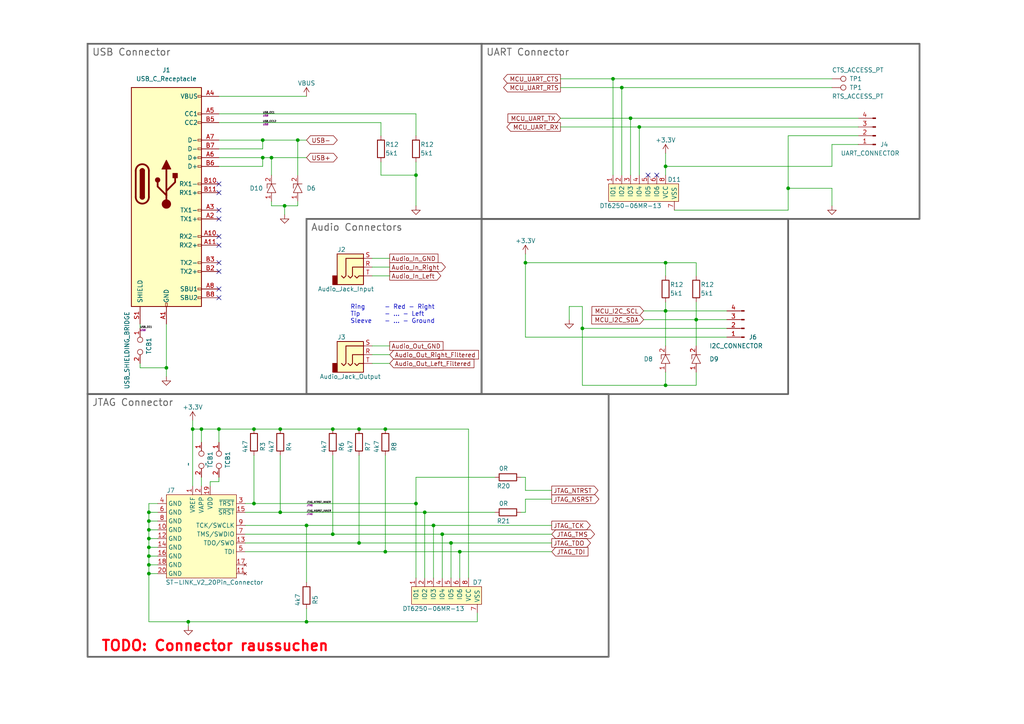
<source format=kicad_sch>
(kicad_sch (version 20230121) (generator eeschema)

  (uuid b8fccce1-9611-4062-8d53-53701ab9eba4)

  (paper "A4")

  (lib_symbols
    (symbol "Connector:Conn_01x04_Pin" (pin_names (offset 1.016) hide) (in_bom yes) (on_board yes)
      (property "Reference" "J" (at 0 5.08 0)
        (effects (font (size 1.27 1.27)))
      )
      (property "Value" "Conn_01x04_Pin" (at 0 -7.62 0)
        (effects (font (size 1.27 1.27)))
      )
      (property "Footprint" "" (at 0 0 0)
        (effects (font (size 1.27 1.27)) hide)
      )
      (property "Datasheet" "~" (at 0 0 0)
        (effects (font (size 1.27 1.27)) hide)
      )
      (property "ki_locked" "" (at 0 0 0)
        (effects (font (size 1.27 1.27)))
      )
      (property "ki_keywords" "connector" (at 0 0 0)
        (effects (font (size 1.27 1.27)) hide)
      )
      (property "ki_description" "Generic connector, single row, 01x04, script generated" (at 0 0 0)
        (effects (font (size 1.27 1.27)) hide)
      )
      (property "ki_fp_filters" "Connector*:*_1x??_*" (at 0 0 0)
        (effects (font (size 1.27 1.27)) hide)
      )
      (symbol "Conn_01x04_Pin_1_1"
        (polyline
          (pts
            (xy 1.27 -5.08)
            (xy 0.8636 -5.08)
          )
          (stroke (width 0.1524) (type default))
          (fill (type none))
        )
        (polyline
          (pts
            (xy 1.27 -2.54)
            (xy 0.8636 -2.54)
          )
          (stroke (width 0.1524) (type default))
          (fill (type none))
        )
        (polyline
          (pts
            (xy 1.27 0)
            (xy 0.8636 0)
          )
          (stroke (width 0.1524) (type default))
          (fill (type none))
        )
        (polyline
          (pts
            (xy 1.27 2.54)
            (xy 0.8636 2.54)
          )
          (stroke (width 0.1524) (type default))
          (fill (type none))
        )
        (rectangle (start 0.8636 -4.953) (end 0 -5.207)
          (stroke (width 0.1524) (type default))
          (fill (type outline))
        )
        (rectangle (start 0.8636 -2.413) (end 0 -2.667)
          (stroke (width 0.1524) (type default))
          (fill (type outline))
        )
        (rectangle (start 0.8636 0.127) (end 0 -0.127)
          (stroke (width 0.1524) (type default))
          (fill (type outline))
        )
        (rectangle (start 0.8636 2.667) (end 0 2.413)
          (stroke (width 0.1524) (type default))
          (fill (type outline))
        )
        (pin passive line (at 5.08 2.54 180) (length 3.81)
          (name "Pin_1" (effects (font (size 1.27 1.27))))
          (number "1" (effects (font (size 1.27 1.27))))
        )
        (pin passive line (at 5.08 0 180) (length 3.81)
          (name "Pin_2" (effects (font (size 1.27 1.27))))
          (number "2" (effects (font (size 1.27 1.27))))
        )
        (pin passive line (at 5.08 -2.54 180) (length 3.81)
          (name "Pin_3" (effects (font (size 1.27 1.27))))
          (number "3" (effects (font (size 1.27 1.27))))
        )
        (pin passive line (at 5.08 -5.08 180) (length 3.81)
          (name "Pin_4" (effects (font (size 1.27 1.27))))
          (number "4" (effects (font (size 1.27 1.27))))
        )
      )
    )
    (symbol "Connector:TestPoint" (pin_numbers hide) (pin_names (offset 0.762) hide) (in_bom yes) (on_board yes)
      (property "Reference" "TP" (at 0 6.858 0)
        (effects (font (size 1.27 1.27)))
      )
      (property "Value" "TestPoint" (at 0 5.08 0)
        (effects (font (size 1.27 1.27)))
      )
      (property "Footprint" "" (at 5.08 0 0)
        (effects (font (size 1.27 1.27)) hide)
      )
      (property "Datasheet" "~" (at 5.08 0 0)
        (effects (font (size 1.27 1.27)) hide)
      )
      (property "ki_keywords" "test point tp" (at 0 0 0)
        (effects (font (size 1.27 1.27)) hide)
      )
      (property "ki_description" "test point" (at 0 0 0)
        (effects (font (size 1.27 1.27)) hide)
      )
      (property "ki_fp_filters" "Pin* Test*" (at 0 0 0)
        (effects (font (size 1.27 1.27)) hide)
      )
      (symbol "TestPoint_0_1"
        (circle (center 0 3.302) (radius 0.762)
          (stroke (width 0) (type default))
          (fill (type none))
        )
      )
      (symbol "TestPoint_1_1"
        (pin passive line (at 0 0 90) (length 2.54)
          (name "1" (effects (font (size 1.27 1.27))))
          (number "1" (effects (font (size 1.27 1.27))))
        )
      )
    )
    (symbol "Connector:TestPoint_2Pole" (pin_names (offset 0.762) hide) (in_bom yes) (on_board yes)
      (property "Reference" "TP" (at 0 1.524 0)
        (effects (font (size 1.27 1.27)))
      )
      (property "Value" "TestPoint_2Pole" (at 0 -1.778 0)
        (effects (font (size 1.27 1.27)))
      )
      (property "Footprint" "" (at 0 0 0)
        (effects (font (size 1.27 1.27)) hide)
      )
      (property "Datasheet" "~" (at 0 0 0)
        (effects (font (size 1.27 1.27)) hide)
      )
      (property "ki_keywords" "point tp" (at 0 0 0)
        (effects (font (size 1.27 1.27)) hide)
      )
      (property "ki_description" "2-polar test point" (at 0 0 0)
        (effects (font (size 1.27 1.27)) hide)
      )
      (property "ki_fp_filters" "Pin* Test*" (at 0 0 0)
        (effects (font (size 1.27 1.27)) hide)
      )
      (symbol "TestPoint_2Pole_0_1"
        (circle (center -1.778 0) (radius 0.762)
          (stroke (width 0) (type default))
          (fill (type none))
        )
        (circle (center 1.778 0) (radius 0.762)
          (stroke (width 0) (type default))
          (fill (type none))
        )
        (pin passive line (at -5.08 0 0) (length 2.54)
          (name "1" (effects (font (size 1.27 1.27))))
          (number "1" (effects (font (size 1.27 1.27))))
        )
        (pin passive line (at 5.08 0 180) (length 2.54)
          (name "2" (effects (font (size 1.27 1.27))))
          (number "2" (effects (font (size 1.27 1.27))))
        )
      )
    )
    (symbol "Connector:USB_C_Receptacle" (pin_names (offset 1.016)) (in_bom yes) (on_board yes)
      (property "Reference" "J" (at -10.16 29.21 0)
        (effects (font (size 1.27 1.27)) (justify left))
      )
      (property "Value" "USB_C_Receptacle" (at 10.16 29.21 0)
        (effects (font (size 1.27 1.27)) (justify right))
      )
      (property "Footprint" "" (at 3.81 0 0)
        (effects (font (size 1.27 1.27)) hide)
      )
      (property "Datasheet" "https://www.usb.org/sites/default/files/documents/usb_type-c.zip" (at 3.81 0 0)
        (effects (font (size 1.27 1.27)) hide)
      )
      (property "ki_keywords" "usb universal serial bus type-C full-featured" (at 0 0 0)
        (effects (font (size 1.27 1.27)) hide)
      )
      (property "ki_description" "USB Full-Featured Type-C Receptacle connector" (at 0 0 0)
        (effects (font (size 1.27 1.27)) hide)
      )
      (property "ki_fp_filters" "USB*C*Receptacle*" (at 0 0 0)
        (effects (font (size 1.27 1.27)) hide)
      )
      (symbol "USB_C_Receptacle_0_0"
        (rectangle (start -0.254 -35.56) (end 0.254 -34.544)
          (stroke (width 0) (type default))
          (fill (type none))
        )
        (rectangle (start 10.16 -32.766) (end 9.144 -33.274)
          (stroke (width 0) (type default))
          (fill (type none))
        )
        (rectangle (start 10.16 -30.226) (end 9.144 -30.734)
          (stroke (width 0) (type default))
          (fill (type none))
        )
        (rectangle (start 10.16 -25.146) (end 9.144 -25.654)
          (stroke (width 0) (type default))
          (fill (type none))
        )
        (rectangle (start 10.16 -22.606) (end 9.144 -23.114)
          (stroke (width 0) (type default))
          (fill (type none))
        )
        (rectangle (start 10.16 -17.526) (end 9.144 -18.034)
          (stroke (width 0) (type default))
          (fill (type none))
        )
        (rectangle (start 10.16 -14.986) (end 9.144 -15.494)
          (stroke (width 0) (type default))
          (fill (type none))
        )
        (rectangle (start 10.16 -9.906) (end 9.144 -10.414)
          (stroke (width 0) (type default))
          (fill (type none))
        )
        (rectangle (start 10.16 -7.366) (end 9.144 -7.874)
          (stroke (width 0) (type default))
          (fill (type none))
        )
        (rectangle (start 10.16 -2.286) (end 9.144 -2.794)
          (stroke (width 0) (type default))
          (fill (type none))
        )
        (rectangle (start 10.16 0.254) (end 9.144 -0.254)
          (stroke (width 0) (type default))
          (fill (type none))
        )
        (rectangle (start 10.16 5.334) (end 9.144 4.826)
          (stroke (width 0) (type default))
          (fill (type none))
        )
        (rectangle (start 10.16 7.874) (end 9.144 7.366)
          (stroke (width 0) (type default))
          (fill (type none))
        )
        (rectangle (start 10.16 10.414) (end 9.144 9.906)
          (stroke (width 0) (type default))
          (fill (type none))
        )
        (rectangle (start 10.16 12.954) (end 9.144 12.446)
          (stroke (width 0) (type default))
          (fill (type none))
        )
        (rectangle (start 10.16 18.034) (end 9.144 17.526)
          (stroke (width 0) (type default))
          (fill (type none))
        )
        (rectangle (start 10.16 20.574) (end 9.144 20.066)
          (stroke (width 0) (type default))
          (fill (type none))
        )
        (rectangle (start 10.16 25.654) (end 9.144 25.146)
          (stroke (width 0) (type default))
          (fill (type none))
        )
      )
      (symbol "USB_C_Receptacle_0_1"
        (rectangle (start -10.16 27.94) (end 10.16 -35.56)
          (stroke (width 0.254) (type default))
          (fill (type background))
        )
        (arc (start -8.89 -3.81) (mid -6.985 -5.7067) (end -5.08 -3.81)
          (stroke (width 0.508) (type default))
          (fill (type none))
        )
        (arc (start -7.62 -3.81) (mid -6.985 -4.4423) (end -6.35 -3.81)
          (stroke (width 0.254) (type default))
          (fill (type none))
        )
        (arc (start -7.62 -3.81) (mid -6.985 -4.4423) (end -6.35 -3.81)
          (stroke (width 0.254) (type default))
          (fill (type outline))
        )
        (rectangle (start -7.62 -3.81) (end -6.35 3.81)
          (stroke (width 0.254) (type default))
          (fill (type outline))
        )
        (arc (start -6.35 3.81) (mid -6.985 4.4423) (end -7.62 3.81)
          (stroke (width 0.254) (type default))
          (fill (type none))
        )
        (arc (start -6.35 3.81) (mid -6.985 4.4423) (end -7.62 3.81)
          (stroke (width 0.254) (type default))
          (fill (type outline))
        )
        (arc (start -5.08 3.81) (mid -6.985 5.7067) (end -8.89 3.81)
          (stroke (width 0.508) (type default))
          (fill (type none))
        )
        (polyline
          (pts
            (xy -8.89 -3.81)
            (xy -8.89 3.81)
          )
          (stroke (width 0.508) (type default))
          (fill (type none))
        )
        (polyline
          (pts
            (xy -5.08 3.81)
            (xy -5.08 -3.81)
          )
          (stroke (width 0.508) (type default))
          (fill (type none))
        )
      )
      (symbol "USB_C_Receptacle_1_1"
        (circle (center -2.54 1.143) (radius 0.635)
          (stroke (width 0.254) (type default))
          (fill (type outline))
        )
        (circle (center 0 -5.842) (radius 1.27)
          (stroke (width 0) (type default))
          (fill (type outline))
        )
        (polyline
          (pts
            (xy 0 -5.842)
            (xy 0 4.318)
          )
          (stroke (width 0.508) (type default))
          (fill (type none))
        )
        (polyline
          (pts
            (xy 0 -3.302)
            (xy -2.54 -0.762)
            (xy -2.54 0.508)
          )
          (stroke (width 0.508) (type default))
          (fill (type none))
        )
        (polyline
          (pts
            (xy 0 -2.032)
            (xy 2.54 0.508)
            (xy 2.54 1.778)
          )
          (stroke (width 0.508) (type default))
          (fill (type none))
        )
        (polyline
          (pts
            (xy -1.27 4.318)
            (xy 0 6.858)
            (xy 1.27 4.318)
            (xy -1.27 4.318)
          )
          (stroke (width 0.254) (type default))
          (fill (type outline))
        )
        (rectangle (start 1.905 1.778) (end 3.175 3.048)
          (stroke (width 0.254) (type default))
          (fill (type outline))
        )
        (pin passive line (at 0 -40.64 90) (length 5.08)
          (name "GND" (effects (font (size 1.27 1.27))))
          (number "A1" (effects (font (size 1.27 1.27))))
        )
        (pin bidirectional line (at 15.24 -15.24 180) (length 5.08)
          (name "RX2-" (effects (font (size 1.27 1.27))))
          (number "A10" (effects (font (size 1.27 1.27))))
        )
        (pin bidirectional line (at 15.24 -17.78 180) (length 5.08)
          (name "RX2+" (effects (font (size 1.27 1.27))))
          (number "A11" (effects (font (size 1.27 1.27))))
        )
        (pin passive line (at 0 -40.64 90) (length 5.08) hide
          (name "GND" (effects (font (size 1.27 1.27))))
          (number "A12" (effects (font (size 1.27 1.27))))
        )
        (pin bidirectional line (at 15.24 -10.16 180) (length 5.08)
          (name "TX1+" (effects (font (size 1.27 1.27))))
          (number "A2" (effects (font (size 1.27 1.27))))
        )
        (pin bidirectional line (at 15.24 -7.62 180) (length 5.08)
          (name "TX1-" (effects (font (size 1.27 1.27))))
          (number "A3" (effects (font (size 1.27 1.27))))
        )
        (pin passive line (at 15.24 25.4 180) (length 5.08)
          (name "VBUS" (effects (font (size 1.27 1.27))))
          (number "A4" (effects (font (size 1.27 1.27))))
        )
        (pin bidirectional line (at 15.24 20.32 180) (length 5.08)
          (name "CC1" (effects (font (size 1.27 1.27))))
          (number "A5" (effects (font (size 1.27 1.27))))
        )
        (pin bidirectional line (at 15.24 7.62 180) (length 5.08)
          (name "D+" (effects (font (size 1.27 1.27))))
          (number "A6" (effects (font (size 1.27 1.27))))
        )
        (pin bidirectional line (at 15.24 12.7 180) (length 5.08)
          (name "D-" (effects (font (size 1.27 1.27))))
          (number "A7" (effects (font (size 1.27 1.27))))
        )
        (pin bidirectional line (at 15.24 -30.48 180) (length 5.08)
          (name "SBU1" (effects (font (size 1.27 1.27))))
          (number "A8" (effects (font (size 1.27 1.27))))
        )
        (pin passive line (at 15.24 25.4 180) (length 5.08) hide
          (name "VBUS" (effects (font (size 1.27 1.27))))
          (number "A9" (effects (font (size 1.27 1.27))))
        )
        (pin passive line (at 0 -40.64 90) (length 5.08) hide
          (name "GND" (effects (font (size 1.27 1.27))))
          (number "B1" (effects (font (size 1.27 1.27))))
        )
        (pin bidirectional line (at 15.24 0 180) (length 5.08)
          (name "RX1-" (effects (font (size 1.27 1.27))))
          (number "B10" (effects (font (size 1.27 1.27))))
        )
        (pin bidirectional line (at 15.24 -2.54 180) (length 5.08)
          (name "RX1+" (effects (font (size 1.27 1.27))))
          (number "B11" (effects (font (size 1.27 1.27))))
        )
        (pin passive line (at 0 -40.64 90) (length 5.08) hide
          (name "GND" (effects (font (size 1.27 1.27))))
          (number "B12" (effects (font (size 1.27 1.27))))
        )
        (pin bidirectional line (at 15.24 -25.4 180) (length 5.08)
          (name "TX2+" (effects (font (size 1.27 1.27))))
          (number "B2" (effects (font (size 1.27 1.27))))
        )
        (pin bidirectional line (at 15.24 -22.86 180) (length 5.08)
          (name "TX2-" (effects (font (size 1.27 1.27))))
          (number "B3" (effects (font (size 1.27 1.27))))
        )
        (pin passive line (at 15.24 25.4 180) (length 5.08) hide
          (name "VBUS" (effects (font (size 1.27 1.27))))
          (number "B4" (effects (font (size 1.27 1.27))))
        )
        (pin bidirectional line (at 15.24 17.78 180) (length 5.08)
          (name "CC2" (effects (font (size 1.27 1.27))))
          (number "B5" (effects (font (size 1.27 1.27))))
        )
        (pin bidirectional line (at 15.24 5.08 180) (length 5.08)
          (name "D+" (effects (font (size 1.27 1.27))))
          (number "B6" (effects (font (size 1.27 1.27))))
        )
        (pin bidirectional line (at 15.24 10.16 180) (length 5.08)
          (name "D-" (effects (font (size 1.27 1.27))))
          (number "B7" (effects (font (size 1.27 1.27))))
        )
        (pin bidirectional line (at 15.24 -33.02 180) (length 5.08)
          (name "SBU2" (effects (font (size 1.27 1.27))))
          (number "B8" (effects (font (size 1.27 1.27))))
        )
        (pin passive line (at 15.24 25.4 180) (length 5.08) hide
          (name "VBUS" (effects (font (size 1.27 1.27))))
          (number "B9" (effects (font (size 1.27 1.27))))
        )
        (pin passive line (at -7.62 -40.64 90) (length 5.08)
          (name "SHIELD" (effects (font (size 1.27 1.27))))
          (number "S1" (effects (font (size 1.27 1.27))))
        )
      )
    )
    (symbol "Connector_Audio:AudioJack3" (in_bom yes) (on_board yes)
      (property "Reference" "J" (at 0 8.89 0)
        (effects (font (size 1.27 1.27)))
      )
      (property "Value" "AudioJack3" (at 0 6.35 0)
        (effects (font (size 1.27 1.27)))
      )
      (property "Footprint" "" (at 0 0 0)
        (effects (font (size 1.27 1.27)) hide)
      )
      (property "Datasheet" "~" (at 0 0 0)
        (effects (font (size 1.27 1.27)) hide)
      )
      (property "ki_keywords" "audio jack receptacle stereo headphones phones TRS connector" (at 0 0 0)
        (effects (font (size 1.27 1.27)) hide)
      )
      (property "ki_description" "Audio Jack, 3 Poles (Stereo / TRS)" (at 0 0 0)
        (effects (font (size 1.27 1.27)) hide)
      )
      (property "ki_fp_filters" "Jack*" (at 0 0 0)
        (effects (font (size 1.27 1.27)) hide)
      )
      (symbol "AudioJack3_0_1"
        (rectangle (start -5.08 -5.08) (end -6.35 -2.54)
          (stroke (width 0.254) (type default))
          (fill (type outline))
        )
        (polyline
          (pts
            (xy 0 -2.54)
            (xy 0.635 -3.175)
            (xy 1.27 -2.54)
            (xy 2.54 -2.54)
          )
          (stroke (width 0.254) (type default))
          (fill (type none))
        )
        (polyline
          (pts
            (xy -1.905 -2.54)
            (xy -1.27 -3.175)
            (xy -0.635 -2.54)
            (xy -0.635 0)
            (xy 2.54 0)
          )
          (stroke (width 0.254) (type default))
          (fill (type none))
        )
        (polyline
          (pts
            (xy 2.54 2.54)
            (xy -2.54 2.54)
            (xy -2.54 -2.54)
            (xy -3.175 -3.175)
            (xy -3.81 -2.54)
          )
          (stroke (width 0.254) (type default))
          (fill (type none))
        )
        (rectangle (start 2.54 3.81) (end -5.08 -5.08)
          (stroke (width 0.254) (type default))
          (fill (type background))
        )
      )
      (symbol "AudioJack3_1_1"
        (pin passive line (at 5.08 0 180) (length 2.54)
          (name "~" (effects (font (size 1.27 1.27))))
          (number "R" (effects (font (size 1.27 1.27))))
        )
        (pin passive line (at 5.08 2.54 180) (length 2.54)
          (name "~" (effects (font (size 1.27 1.27))))
          (number "S" (effects (font (size 1.27 1.27))))
        )
        (pin passive line (at 5.08 -2.54 180) (length 2.54)
          (name "~" (effects (font (size 1.27 1.27))))
          (number "T" (effects (font (size 1.27 1.27))))
        )
      )
    )
    (symbol "Device:R" (pin_numbers hide) (pin_names (offset 0)) (in_bom yes) (on_board yes)
      (property "Reference" "R" (at 2.032 0 90)
        (effects (font (size 1.27 1.27)))
      )
      (property "Value" "R" (at 0 0 90)
        (effects (font (size 1.27 1.27)))
      )
      (property "Footprint" "" (at -1.778 0 90)
        (effects (font (size 1.27 1.27)) hide)
      )
      (property "Datasheet" "~" (at 0 0 0)
        (effects (font (size 1.27 1.27)) hide)
      )
      (property "ki_keywords" "R res resistor" (at 0 0 0)
        (effects (font (size 1.27 1.27)) hide)
      )
      (property "ki_description" "Resistor" (at 0 0 0)
        (effects (font (size 1.27 1.27)) hide)
      )
      (property "ki_fp_filters" "R_*" (at 0 0 0)
        (effects (font (size 1.27 1.27)) hide)
      )
      (symbol "R_0_1"
        (rectangle (start -1.016 -2.54) (end 1.016 2.54)
          (stroke (width 0.254) (type default))
          (fill (type none))
        )
      )
      (symbol "R_1_1"
        (pin passive line (at 0 3.81 270) (length 1.27)
          (name "~" (effects (font (size 1.27 1.27))))
          (number "1" (effects (font (size 1.27 1.27))))
        )
        (pin passive line (at 0 -3.81 90) (length 1.27)
          (name "~" (effects (font (size 1.27 1.27))))
          (number "2" (effects (font (size 1.27 1.27))))
        )
      )
    )
    (symbol "TimosSymbole:DT6250-06MR-13" (in_bom yes) (on_board yes)
      (property "Reference" "D" (at -11.43 1.27 0)
        (effects (font (size 1.27 1.27)))
      )
      (property "Value" "DT6250-06MR-13" (at -2.54 -3.81 0)
        (effects (font (size 1.27 1.27)))
      )
      (property "Footprint" "Package_SO:MSOP-8_3x3mm_P0.65mm" (at -1.27 -8.89 0)
        (effects (font (size 1.27 1.27)) hide)
      )
      (property "Datasheet" "https://www.diodes.com/assets/Datasheets/DT6250-06MR.pdf" (at 2.54 -6.35 0)
        (effects (font (size 1.27 1.27)) hide)
      )
      (property "MFN" "DT6250-06MR-13" (at 0 -11.43 0)
        (effects (font (size 1.27 1.27)) hide)
      )
      (property "ki_description" "6 Channel ESD Protection TVS Diodes,  MSOP-8, 0.32pF Input Cap" (at 0 0 0)
        (effects (font (size 1.27 1.27)) hide)
      )
      (symbol "DT6250-06MR-13_1_1"
        (rectangle (start -10.16 2.54) (end 10.16 -2.54)
          (stroke (width 0) (type default))
          (fill (type background))
        )
        (pin input line (at -8.89 5.08 270) (length 2.54)
          (name "IO1" (effects (font (size 1.27 1.27))))
          (number "1" (effects (font (size 1.27 1.27))))
        )
        (pin input line (at -6.35 5.08 270) (length 2.54)
          (name "IO2" (effects (font (size 1.27 1.27))))
          (number "2" (effects (font (size 1.27 1.27))))
        )
        (pin input line (at -3.81 5.08 270) (length 2.54)
          (name "IO3" (effects (font (size 1.27 1.27))))
          (number "3" (effects (font (size 1.27 1.27))))
        )
        (pin input line (at -1.27 5.08 270) (length 2.54)
          (name "IO4" (effects (font (size 1.27 1.27))))
          (number "4" (effects (font (size 1.27 1.27))))
        )
        (pin input line (at 1.27 5.08 270) (length 2.54)
          (name "IO5" (effects (font (size 1.27 1.27))))
          (number "5" (effects (font (size 1.27 1.27))))
        )
        (pin input line (at 3.81 5.08 270) (length 2.54)
          (name "IO6" (effects (font (size 1.27 1.27))))
          (number "6" (effects (font (size 1.27 1.27))))
        )
        (pin power_out line (at 8.89 -5.08 90) (length 2.54)
          (name "VSS" (effects (font (size 1.27 1.27))))
          (number "7" (effects (font (size 1.27 1.27))))
        )
        (pin power_in line (at 6.35 5.08 270) (length 2.54)
          (name "VCC" (effects (font (size 1.27 1.27))))
          (number "8" (effects (font (size 1.27 1.27))))
        )
      )
    )
    (symbol "TimosSymbole:ST-LINK_V2_20Pin_Connector" (in_bom yes) (on_board yes)
      (property "Reference" "J" (at -10.16 11.43 0)
        (effects (font (size 1.27 1.27)))
      )
      (property "Value" "ST-LINK_V2_20Pin_Connector" (at 0 -15.24 0)
        (effects (font (size 1.27 1.27)))
      )
      (property "Footprint" "TimosFootprints:ST-LINK_V2_20Pin_Connector" (at 0 -17.78 0)
        (effects (font (size 1.27 1.27)) hide)
      )
      (property "Datasheet" "https://tools.molex.com/pdm_docs/sd/702462002_sd.pdf" (at 0 -20.32 0)
        (effects (font (size 1.27 1.27)) hide)
      )
      (property "ki_keywords" "jtag, swd, swio, swo" (at 0 0 0)
        (effects (font (size 1.27 1.27)) hide)
      )
      (property "ki_description" "ST-LINK, V2, 20, Pin, JTAG, SWD" (at 0 0 0)
        (effects (font (size 1.27 1.27)) hide)
      )
      (symbol "ST-LINK_V2_20Pin_Connector_1_1"
        (rectangle (start -10.16 10.16) (end 10.16 -13.97)
          (stroke (width 0) (type default))
          (fill (type background))
        )
        (pin passive line (at -2.54 12.7 270) (length 2.54)
          (name "VREF" (effects (font (size 1.27 1.27))))
          (number "1" (effects (font (size 1.27 1.27))))
        )
        (pin passive line (at -12.7 0 0) (length 2.54)
          (name "GND" (effects (font (size 1.27 1.27))))
          (number "10" (effects (font (size 1.27 1.27))))
        )
        (pin no_connect line (at 12.7 -12.7 180) (length 2.54)
          (name "" (effects (font (size 1.27 1.27))))
          (number "11" (effects (font (size 1.27 1.27))))
        )
        (pin passive line (at -12.7 -2.54 0) (length 2.54)
          (name "GND" (effects (font (size 1.27 1.27))))
          (number "12" (effects (font (size 1.27 1.27))))
        )
        (pin passive line (at 12.7 -3.81 180) (length 2.54)
          (name "TDO/SWO" (effects (font (size 1.27 1.27))))
          (number "13" (effects (font (size 1.27 1.27))))
        )
        (pin passive line (at -12.7 -5.08 0) (length 2.54)
          (name "GND" (effects (font (size 1.27 1.27))))
          (number "14" (effects (font (size 1.27 1.27))))
        )
        (pin passive line (at 12.7 5.08 180) (length 2.54)
          (name "~{SRST}" (effects (font (size 1.27 1.27))))
          (number "15" (effects (font (size 1.27 1.27))))
        )
        (pin passive line (at -12.7 -7.62 0) (length 2.54)
          (name "GND" (effects (font (size 1.27 1.27))))
          (number "16" (effects (font (size 1.27 1.27))))
        )
        (pin no_connect line (at 12.7 -10.16 180) (length 2.54)
          (name "" (effects (font (size 1.27 1.27))))
          (number "17" (effects (font (size 1.27 1.27))))
        )
        (pin passive line (at -12.7 -10.16 0) (length 2.54)
          (name "GND" (effects (font (size 1.27 1.27))))
          (number "18" (effects (font (size 1.27 1.27))))
        )
        (pin passive line (at 2.54 12.7 270) (length 2.54)
          (name "VDD" (effects (font (size 1.27 1.27))))
          (number "19" (effects (font (size 1.27 1.27))))
        )
        (pin passive line (at 0 12.7 270) (length 2.54)
          (name "VAPP" (effects (font (size 1.27 1.27))))
          (number "2" (effects (font (size 1.27 1.27))))
        )
        (pin passive line (at -12.7 -12.7 0) (length 2.54)
          (name "GND" (effects (font (size 1.27 1.27))))
          (number "20" (effects (font (size 1.27 1.27))))
        )
        (pin passive line (at 12.7 7.62 180) (length 2.54)
          (name "~{TRST}" (effects (font (size 1.27 1.27))))
          (number "3" (effects (font (size 1.27 1.27))))
        )
        (pin passive line (at -12.7 7.62 0) (length 2.54)
          (name "GND" (effects (font (size 1.27 1.27))))
          (number "4" (effects (font (size 1.27 1.27))))
        )
        (pin passive line (at 12.7 -6.35 180) (length 2.54)
          (name "TDI" (effects (font (size 1.27 1.27))))
          (number "5" (effects (font (size 1.27 1.27))))
        )
        (pin passive line (at -12.7 5.08 0) (length 2.54)
          (name "GND" (effects (font (size 1.27 1.27))))
          (number "6" (effects (font (size 1.27 1.27))))
        )
        (pin passive line (at 12.7 -1.27 180) (length 2.54)
          (name "TMS/SWDIO" (effects (font (size 1.27 1.27))))
          (number "7" (effects (font (size 1.27 1.27))))
        )
        (pin passive line (at -12.7 2.54 0) (length 2.54)
          (name "GND" (effects (font (size 1.27 1.27))))
          (number "8" (effects (font (size 1.27 1.27))))
        )
        (pin passive line (at 12.7 1.27 180) (length 2.54)
          (name "TCK/SWCLK" (effects (font (size 1.27 1.27))))
          (number "9" (effects (font (size 1.27 1.27))))
        )
      )
    )
    (symbol "TimosSymbole:TVSA04V05C006" (in_bom yes) (on_board yes)
      (property "Reference" "D" (at 1.27 1.27 0)
        (effects (font (size 1.27 1.27)))
      )
      (property "Value" "TVSA04V05C006" (at 8.89 -3.81 0)
        (effects (font (size 1.27 1.27)))
      )
      (property "Footprint" "TimosFootprints:TVSA04V05C006" (at 1.27 -17.78 0)
        (effects (font (size 1.27 1.27)) hide)
      )
      (property "Datasheet" "https://www.mouser.de/datasheet/2/87/eaton_tvsa_transient_voltage_esd_suppressor_data_s-1608818.pdf" (at 1.27 -15.24 0)
        (effects (font (size 1.27 1.27)) hide)
      )
      (symbol "TVSA04V05C006_0_1"
        (polyline
          (pts
            (xy -1.27 0)
            (xy -1.27 -1.27)
          )
          (stroke (width 0) (type default))
          (fill (type none))
        )
        (polyline
          (pts
            (xy -1.27 0)
            (xy 1.27 0)
          )
          (stroke (width 0) (type default))
          (fill (type none))
        )
        (polyline
          (pts
            (xy 0 0)
            (xy -1.27 -2.54)
            (xy 1.27 -2.54)
            (xy 0 0)
          )
          (stroke (width 0) (type default))
          (fill (type none))
        )
      )
      (symbol "TVSA04V05C006_1_1"
        (pin input line (at 0 -5.08 90) (length 2.54)
          (name "" (effects (font (size 1.27 1.27))))
          (number "1" (effects (font (size 1.27 1.27))))
        )
        (pin output line (at 0 2.54 270) (length 2.54)
          (name "" (effects (font (size 1.27 1.27))))
          (number "2" (effects (font (size 1.27 1.27))))
        )
      )
    )
    (symbol "power:+3.3V" (power) (pin_names (offset 0)) (in_bom yes) (on_board yes)
      (property "Reference" "#PWR" (at 0 -3.81 0)
        (effects (font (size 1.27 1.27)) hide)
      )
      (property "Value" "+3.3V" (at 0 3.556 0)
        (effects (font (size 1.27 1.27)))
      )
      (property "Footprint" "" (at 0 0 0)
        (effects (font (size 1.27 1.27)) hide)
      )
      (property "Datasheet" "" (at 0 0 0)
        (effects (font (size 1.27 1.27)) hide)
      )
      (property "ki_keywords" "global power" (at 0 0 0)
        (effects (font (size 1.27 1.27)) hide)
      )
      (property "ki_description" "Power symbol creates a global label with name \"+3.3V\"" (at 0 0 0)
        (effects (font (size 1.27 1.27)) hide)
      )
      (symbol "+3.3V_0_1"
        (polyline
          (pts
            (xy -0.762 1.27)
            (xy 0 2.54)
          )
          (stroke (width 0) (type default))
          (fill (type none))
        )
        (polyline
          (pts
            (xy 0 0)
            (xy 0 2.54)
          )
          (stroke (width 0) (type default))
          (fill (type none))
        )
        (polyline
          (pts
            (xy 0 2.54)
            (xy 0.762 1.27)
          )
          (stroke (width 0) (type default))
          (fill (type none))
        )
      )
      (symbol "+3.3V_1_1"
        (pin power_in line (at 0 0 90) (length 0) hide
          (name "+3.3V" (effects (font (size 1.27 1.27))))
          (number "1" (effects (font (size 1.27 1.27))))
        )
      )
    )
    (symbol "power:GND" (power) (pin_names (offset 0)) (in_bom yes) (on_board yes)
      (property "Reference" "#PWR" (at 0 -6.35 0)
        (effects (font (size 1.27 1.27)) hide)
      )
      (property "Value" "GND" (at 0 -3.81 0)
        (effects (font (size 1.27 1.27)))
      )
      (property "Footprint" "" (at 0 0 0)
        (effects (font (size 1.27 1.27)) hide)
      )
      (property "Datasheet" "" (at 0 0 0)
        (effects (font (size 1.27 1.27)) hide)
      )
      (property "ki_keywords" "global power" (at 0 0 0)
        (effects (font (size 1.27 1.27)) hide)
      )
      (property "ki_description" "Power symbol creates a global label with name \"GND\" , ground" (at 0 0 0)
        (effects (font (size 1.27 1.27)) hide)
      )
      (symbol "GND_0_1"
        (polyline
          (pts
            (xy 0 0)
            (xy 0 -1.27)
            (xy 1.27 -1.27)
            (xy 0 -2.54)
            (xy -1.27 -1.27)
            (xy 0 -1.27)
          )
          (stroke (width 0) (type default))
          (fill (type none))
        )
      )
      (symbol "GND_1_1"
        (pin power_in line (at 0 0 270) (length 0) hide
          (name "GND" (effects (font (size 1.27 1.27))))
          (number "1" (effects (font (size 1.27 1.27))))
        )
      )
    )
    (symbol "power:VBUS" (power) (pin_names (offset 0)) (in_bom yes) (on_board yes)
      (property "Reference" "#PWR" (at 0 -3.81 0)
        (effects (font (size 1.27 1.27)) hide)
      )
      (property "Value" "VBUS" (at 0 3.81 0)
        (effects (font (size 1.27 1.27)))
      )
      (property "Footprint" "" (at 0 0 0)
        (effects (font (size 1.27 1.27)) hide)
      )
      (property "Datasheet" "" (at 0 0 0)
        (effects (font (size 1.27 1.27)) hide)
      )
      (property "ki_keywords" "global power" (at 0 0 0)
        (effects (font (size 1.27 1.27)) hide)
      )
      (property "ki_description" "Power symbol creates a global label with name \"VBUS\"" (at 0 0 0)
        (effects (font (size 1.27 1.27)) hide)
      )
      (symbol "VBUS_0_1"
        (polyline
          (pts
            (xy -0.762 1.27)
            (xy 0 2.54)
          )
          (stroke (width 0) (type default))
          (fill (type none))
        )
        (polyline
          (pts
            (xy 0 0)
            (xy 0 2.54)
          )
          (stroke (width 0) (type default))
          (fill (type none))
        )
        (polyline
          (pts
            (xy 0 2.54)
            (xy 0.762 1.27)
          )
          (stroke (width 0) (type default))
          (fill (type none))
        )
      )
      (symbol "VBUS_1_1"
        (pin power_in line (at 0 0 90) (length 0) hide
          (name "VBUS" (effects (font (size 1.27 1.27))))
          (number "1" (effects (font (size 1.27 1.27))))
        )
      )
    )
  )

  (junction (at 55.88 124.46) (diameter 0) (color 0 0 0 0)
    (uuid 012d1281-3fba-4fa1-b945-9d1648df8b2c)
  )
  (junction (at 123.19 148.59) (diameter 0) (color 0 0 0 0)
    (uuid 026e07df-67c1-48cc-bf54-57ea17eef287)
  )
  (junction (at 193.04 90.17) (diameter 0) (color 0 0 0 0)
    (uuid 06918803-9460-40a4-837b-51e85a04bf46)
  )
  (junction (at 82.55 59.69) (diameter 0) (color 0 0 0 0)
    (uuid 0e3d489d-2729-407c-bae6-63f7200d0100)
  )
  (junction (at 133.35 160.02) (diameter 0) (color 0 0 0 0)
    (uuid 0e7221c1-012b-4087-bbe7-d60c496b30f3)
  )
  (junction (at 48.26 106.68) (diameter 0) (color 0 0 0 0)
    (uuid 15ef4ef2-6897-414e-9b40-1986386f5f1c)
  )
  (junction (at 86.36 40.64) (diameter 0) (color 0 0 0 0)
    (uuid 1aada1e3-5fd2-41e1-b885-0e91ef1ff9b8)
  )
  (junction (at 73.66 124.46) (diameter 0) (color 0 0 0 0)
    (uuid 25bca65a-4c37-430f-a5f1-0db4c039b130)
  )
  (junction (at 43.18 153.67) (diameter 0) (color 0 0 0 0)
    (uuid 32d889f5-a973-4aa6-ac29-ab7ac5023346)
  )
  (junction (at 43.18 148.59) (diameter 0) (color 0 0 0 0)
    (uuid 3933d70d-5606-4fc5-b8f3-768a39724462)
  )
  (junction (at 125.73 152.4) (diameter 0) (color 0 0 0 0)
    (uuid 3a3d9cff-a84f-4e11-a235-9dbadbbafd0d)
  )
  (junction (at 193.04 48.26) (diameter 0) (color 0 0 0 0)
    (uuid 3b56da2a-35b7-4f56-a076-b22fb7204d95)
  )
  (junction (at 104.14 157.48) (diameter 0) (color 0 0 0 0)
    (uuid 4432ae93-0ee5-4ad0-9b35-ef69456a08a3)
  )
  (junction (at 120.65 50.8) (diameter 0) (color 0 0 0 0)
    (uuid 45cc79d6-f370-4ae1-a06d-868dd6a985ad)
  )
  (junction (at 54.61 180.34) (diameter 0) (color 0 0 0 0)
    (uuid 491ef079-1142-4fa6-ace2-9e1a6e932b79)
  )
  (junction (at 96.52 154.94) (diameter 0) (color 0 0 0 0)
    (uuid 5210fd0c-0a02-457a-b3b8-4ad4ebc708a2)
  )
  (junction (at 43.18 158.75) (diameter 0) (color 0 0 0 0)
    (uuid 54b94d43-ee50-4c64-80bc-42dd60109723)
  )
  (junction (at 43.18 166.37) (diameter 0) (color 0 0 0 0)
    (uuid 606c4f0b-044e-4e6d-9123-f8f42d427903)
  )
  (junction (at 111.76 160.02) (diameter 0) (color 0 0 0 0)
    (uuid 636dfd62-8d32-4dca-8d33-116395f79429)
  )
  (junction (at 180.34 25.4) (diameter 0) (color 0 0 0 0)
    (uuid 72da1c7c-207f-44bf-a90c-d421fe644a1b)
  )
  (junction (at 43.18 163.83) (diameter 0) (color 0 0 0 0)
    (uuid 76ba0c41-1797-4623-9d55-c0e53a7620ac)
  )
  (junction (at 58.42 124.46) (diameter 0) (color 0 0 0 0)
    (uuid 77c03d2d-6f43-498e-b78b-3c2da4b77c54)
  )
  (junction (at 43.18 156.21) (diameter 0) (color 0 0 0 0)
    (uuid 7c9cdc94-1cf6-4a9f-b9d7-594b707c526d)
  )
  (junction (at 78.74 45.72) (diameter 0) (color 0 0 0 0)
    (uuid 88e2478c-d589-436a-b5c3-4fad4efc02ed)
  )
  (junction (at 182.88 34.29) (diameter 0) (color 0 0 0 0)
    (uuid 88fa5850-a84d-43ec-8577-f91aeb092ebd)
  )
  (junction (at 76.2 40.64) (diameter 0) (color 0 0 0 0)
    (uuid 9399fc96-1b35-4da7-a7b8-420081e7015a)
  )
  (junction (at 81.28 124.46) (diameter 0) (color 0 0 0 0)
    (uuid 9a745655-f06b-4679-8761-c8b30d46fec2)
  )
  (junction (at 73.66 146.05) (diameter 0) (color 0 0 0 0)
    (uuid 9a950dac-9714-47d0-b1ad-54ef5971b15f)
  )
  (junction (at 96.52 124.46) (diameter 0) (color 0 0 0 0)
    (uuid 9cfd3e34-692e-4da4-b05b-1e71c1b17d40)
  )
  (junction (at 104.14 124.46) (diameter 0) (color 0 0 0 0)
    (uuid 9dccebed-2fac-4f4a-b5f4-dd491d92a0d1)
  )
  (junction (at 228.6 54.61) (diameter 0) (color 0 0 0 0)
    (uuid a4f28bd9-eb5e-4254-949e-12475698fe5b)
  )
  (junction (at 193.04 76.2) (diameter 0) (color 0 0 0 0)
    (uuid a6193a29-4adc-4f26-8b35-3d033806ea8b)
  )
  (junction (at 120.65 146.05) (diameter 0) (color 0 0 0 0)
    (uuid af104d58-543c-432a-a76c-c2cecbad9819)
  )
  (junction (at 201.93 92.71) (diameter 0) (color 0 0 0 0)
    (uuid b669bf51-d15d-429a-b6f1-7cfc45f1f159)
  )
  (junction (at 63.5 124.46) (diameter 0) (color 0 0 0 0)
    (uuid be3810e4-1173-46f7-9cbd-afc81e3d0887)
  )
  (junction (at 111.76 124.46) (diameter 0) (color 0 0 0 0)
    (uuid c2e6ed73-b7a9-425e-a4b3-dcf391030f0a)
  )
  (junction (at 128.27 154.94) (diameter 0) (color 0 0 0 0)
    (uuid c3131816-d27f-4625-ae6b-47bd22083e6d)
  )
  (junction (at 43.18 151.13) (diameter 0) (color 0 0 0 0)
    (uuid c8052930-ac4a-412a-a83a-3ed0e750df0c)
  )
  (junction (at 76.2 45.72) (diameter 0) (color 0 0 0 0)
    (uuid c9bac6cc-cd2f-4054-833b-3392bfc94e5a)
  )
  (junction (at 177.8 22.86) (diameter 0) (color 0 0 0 0)
    (uuid d9a4372e-1de1-4133-9c74-8de17b122d2a)
  )
  (junction (at 88.9 152.4) (diameter 0) (color 0 0 0 0)
    (uuid dea45739-f4ea-4a19-b093-706ea0ec71db)
  )
  (junction (at 152.4 76.2) (diameter 0) (color 0 0 0 0)
    (uuid dfe390eb-a8e4-4ca2-805a-9e5e6d16f1aa)
  )
  (junction (at 185.42 36.83) (diameter 0) (color 0 0 0 0)
    (uuid e0605302-6e3c-447d-a025-0cec6e3a9a9f)
  )
  (junction (at 43.18 161.29) (diameter 0) (color 0 0 0 0)
    (uuid e1d20ce7-6726-4b92-8bd3-c4312e227a1f)
  )
  (junction (at 81.28 148.59) (diameter 0) (color 0 0 0 0)
    (uuid e84093a5-34cc-4c72-8c2e-ec3a3cbb638c)
  )
  (junction (at 168.91 95.25) (diameter 0) (color 0 0 0 0)
    (uuid efa19b6e-d5aa-4b66-a6fb-fe8413da5e68)
  )
  (junction (at 88.9 180.34) (diameter 0) (color 0 0 0 0)
    (uuid fdc68297-27d6-4ffd-a15e-d912d93b5bda)
  )
  (junction (at 193.04 111.76) (diameter 0) (color 0 0 0 0)
    (uuid fe8c9e34-c266-44f6-8f9e-e2d41c514a31)
  )
  (junction (at 130.81 157.48) (diameter 0) (color 0 0 0 0)
    (uuid ff3b8ac0-78f2-4cc9-8844-b946c4978675)
  )

  (no_connect (at 63.5 68.58) (uuid 18b68157-9a43-479b-bb76-49682b3e554f))
  (no_connect (at 63.5 60.96) (uuid 39d2514e-edc7-4465-8a1d-4b72de34250a))
  (no_connect (at 63.5 55.88) (uuid 4355e6d3-bc5d-4078-a8fe-6479b973caa6))
  (no_connect (at 187.96 50.8) (uuid 54481593-4d2e-46e4-b0f4-a8aa52eaa5a8))
  (no_connect (at 63.5 53.34) (uuid 720cc30e-67ca-4863-babf-8fd6358a5eef))
  (no_connect (at 63.5 86.36) (uuid a6c52714-34d7-44cd-9d74-27ca67ab21bf))
  (no_connect (at 63.5 83.82) (uuid bd831edd-5276-4eef-8463-47129e21382b))
  (no_connect (at 63.5 78.74) (uuid e020f4fc-d2b5-4ef2-b0a3-2b63c5b21419))
  (no_connect (at 63.5 63.5) (uuid e7b7dac6-030f-4b2b-aece-476fb6d4b169))
  (no_connect (at 63.5 76.2) (uuid f2a8773c-d314-479d-a845-d0e1c421ef00))
  (no_connect (at 190.5 50.8) (uuid f79f144c-2451-4f12-963d-23d1e14aa2e9))
  (no_connect (at 63.5 71.12) (uuid fb7f0a3f-a3bb-4fa6-9d3f-77f8bbdb5d06))

  (wire (pts (xy 73.66 124.46) (xy 81.28 124.46))
    (stroke (width 0) (type default))
    (uuid 0374ae57-565b-4056-97f4-a9374a8b55cd)
  )
  (wire (pts (xy 43.18 161.29) (xy 43.18 163.83))
    (stroke (width 0) (type default))
    (uuid 04538bcf-9a42-4b68-a263-4339a2a09b4c)
  )
  (wire (pts (xy 120.65 33.02) (xy 120.65 39.37))
    (stroke (width 0) (type default))
    (uuid 059bb3fb-cb39-492e-832b-9d49d824738e)
  )
  (wire (pts (xy 76.2 40.64) (xy 86.36 40.64))
    (stroke (width 0) (type default))
    (uuid 0670b008-ed9b-47a6-b068-e0610047242e)
  )
  (wire (pts (xy 40.64 95.25) (xy 40.64 93.98))
    (stroke (width 0) (type default))
    (uuid 0941d956-4a92-43e1-96ef-dd959b430a2b)
  )
  (wire (pts (xy 185.42 36.83) (xy 248.92 36.83))
    (stroke (width 0) (type default))
    (uuid 0aa9fb1a-8eeb-4c97-a3c7-5430031c5774)
  )
  (wire (pts (xy 88.9 152.4) (xy 88.9 168.91))
    (stroke (width 0) (type default))
    (uuid 0bc5d400-87c8-4d25-80a1-aaceb20a9427)
  )
  (wire (pts (xy 63.5 124.46) (xy 73.66 124.46))
    (stroke (width 0) (type default))
    (uuid 0cf4b09d-4a01-472d-961c-6fd6ca45b747)
  )
  (wire (pts (xy 45.72 146.05) (xy 43.18 146.05))
    (stroke (width 0) (type default))
    (uuid 0d1ebfd9-2fba-4d94-b96b-d8e21c2e223c)
  )
  (wire (pts (xy 193.04 48.26) (xy 193.04 50.8))
    (stroke (width 0) (type default))
    (uuid 0da1d9f5-1fe4-4081-b7c5-eeaa116566b9)
  )
  (wire (pts (xy 151.13 148.59) (xy 152.4 148.59))
    (stroke (width 0) (type default))
    (uuid 0ec12930-87ec-4b97-a9b1-62f1d3bdbc6f)
  )
  (wire (pts (xy 241.3 41.91) (xy 248.92 41.91))
    (stroke (width 0) (type default))
    (uuid 0f382972-5f48-483e-b940-9601f28b8239)
  )
  (wire (pts (xy 133.35 160.02) (xy 160.02 160.02))
    (stroke (width 0) (type default))
    (uuid 10799a42-f78f-404e-a866-fab72b523bdd)
  )
  (wire (pts (xy 128.27 154.94) (xy 160.02 154.94))
    (stroke (width 0) (type default))
    (uuid 11f6be51-93ff-4319-852e-ebd027590455)
  )
  (wire (pts (xy 135.89 124.46) (xy 111.76 124.46))
    (stroke (width 0) (type default))
    (uuid 15e08d5a-fe39-4b27-8ddb-5d46364c749a)
  )
  (wire (pts (xy 152.4 73.66) (xy 152.4 76.2))
    (stroke (width 0) (type default))
    (uuid 1651b239-9db8-4fa4-adf5-fde345fb5f7e)
  )
  (wire (pts (xy 104.14 132.08) (xy 104.14 157.48))
    (stroke (width 0) (type default))
    (uuid 1c54f274-818c-47ee-9a6f-605863568195)
  )
  (wire (pts (xy 55.88 121.92) (xy 55.88 124.46))
    (stroke (width 0) (type default))
    (uuid 1d9ad1f1-def5-4da6-97c6-7f7ddf592512)
  )
  (wire (pts (xy 96.52 154.94) (xy 128.27 154.94))
    (stroke (width 0) (type default))
    (uuid 1ee091e0-0724-4769-a114-61743dbe186d)
  )
  (wire (pts (xy 82.55 59.69) (xy 86.36 59.69))
    (stroke (width 0) (type default))
    (uuid 1ffd0d1a-c7b0-40d1-8de6-8d4be104db6f)
  )
  (wire (pts (xy 63.5 48.26) (xy 76.2 48.26))
    (stroke (width 0) (type default))
    (uuid 20cb0982-a840-4455-89d5-a2e05ef922bc)
  )
  (wire (pts (xy 152.4 97.79) (xy 210.82 97.79))
    (stroke (width 0) (type default))
    (uuid 21520f3f-251e-481f-8d0a-c9d2aab95dbb)
  )
  (wire (pts (xy 107.95 102.87) (xy 113.03 102.87))
    (stroke (width 0) (type default))
    (uuid 219535ee-06b1-43cb-9951-547484bd7b14)
  )
  (wire (pts (xy 78.74 45.72) (xy 88.9 45.72))
    (stroke (width 0) (type default))
    (uuid 23064f30-bdbb-4cb5-a9d7-bb42d3b9d89d)
  )
  (wire (pts (xy 63.5 45.72) (xy 76.2 45.72))
    (stroke (width 0) (type default))
    (uuid 2340c504-5f5b-4ba8-8a1c-5701ada8fa8e)
  )
  (wire (pts (xy 71.12 154.94) (xy 96.52 154.94))
    (stroke (width 0) (type default))
    (uuid 2389653f-46ae-4954-ba08-fa2657822a13)
  )
  (wire (pts (xy 143.51 138.43) (xy 120.65 138.43))
    (stroke (width 0) (type default))
    (uuid 23cee41a-41ea-4a55-86df-f976a659ebac)
  )
  (wire (pts (xy 168.91 88.9) (xy 168.91 95.25))
    (stroke (width 0) (type default))
    (uuid 24bf541c-ff91-4d70-a071-d9102f73b55b)
  )
  (wire (pts (xy 180.34 25.4) (xy 241.3 25.4))
    (stroke (width 0) (type default))
    (uuid 26d00838-a6ec-4e92-84b3-40746c59b5b8)
  )
  (wire (pts (xy 55.88 124.46) (xy 55.88 140.97))
    (stroke (width 0) (type default))
    (uuid 27b0de25-ef93-4be9-a0f7-de6423499be4)
  )
  (wire (pts (xy 43.18 161.29) (xy 45.72 161.29))
    (stroke (width 0) (type default))
    (uuid 29e01561-e263-4d03-9213-6971fae3d620)
  )
  (wire (pts (xy 63.5 138.43) (xy 63.5 139.7))
    (stroke (width 0) (type default))
    (uuid 2b2d1f2e-179a-409e-8c22-c6600ec9a7f5)
  )
  (wire (pts (xy 63.5 27.94) (xy 88.9 27.94))
    (stroke (width 0) (type default))
    (uuid 2c0bc471-9476-444e-80d6-e30122d91cbe)
  )
  (wire (pts (xy 96.52 132.08) (xy 96.52 154.94))
    (stroke (width 0) (type default))
    (uuid 2e255e98-64e2-4003-a98f-185d959e8f81)
  )
  (wire (pts (xy 193.04 76.2) (xy 201.93 76.2))
    (stroke (width 0) (type default))
    (uuid 2e460b4d-cd2b-4af6-9f7b-687fc09a8f10)
  )
  (wire (pts (xy 81.28 124.46) (xy 96.52 124.46))
    (stroke (width 0) (type default))
    (uuid 2e746ebb-8354-42fc-87ec-1d4b45a5584d)
  )
  (wire (pts (xy 58.42 138.43) (xy 58.42 140.97))
    (stroke (width 0) (type default))
    (uuid 2ea4ab1e-efda-4c16-b6de-049e6422002d)
  )
  (wire (pts (xy 43.18 166.37) (xy 45.72 166.37))
    (stroke (width 0) (type default))
    (uuid 304a2ddc-44f6-4d50-9f29-c5ba39be1680)
  )
  (wire (pts (xy 81.28 132.08) (xy 81.28 148.59))
    (stroke (width 0) (type default))
    (uuid 3338cad9-6b2a-4c45-af00-7d1fb63b85e1)
  )
  (wire (pts (xy 71.12 146.05) (xy 73.66 146.05))
    (stroke (width 0) (type default))
    (uuid 34b014cb-9231-41b1-889c-8619dd077221)
  )
  (wire (pts (xy 107.95 80.01) (xy 113.03 80.01))
    (stroke (width 0) (type default))
    (uuid 365f1b95-d388-486f-bef4-3c6c606df898)
  )
  (wire (pts (xy 40.64 106.68) (xy 48.26 106.68))
    (stroke (width 0) (type default))
    (uuid 36af1295-48b9-4bf3-b57d-8c07ee84f396)
  )
  (wire (pts (xy 177.8 22.86) (xy 177.8 50.8))
    (stroke (width 0) (type default))
    (uuid 395c95d1-e75e-4137-b080-c69b5c171cf9)
  )
  (wire (pts (xy 63.5 124.46) (xy 63.5 128.27))
    (stroke (width 0) (type default))
    (uuid 3c290dda-9e10-4d15-890c-dc719785667f)
  )
  (wire (pts (xy 110.49 39.37) (xy 110.49 35.56))
    (stroke (width 0) (type default))
    (uuid 3ead4b21-984a-4f65-a5e3-942a6cdad10c)
  )
  (wire (pts (xy 120.65 50.8) (xy 110.49 50.8))
    (stroke (width 0) (type default))
    (uuid 3eb8c491-82c3-4e12-a8dd-d451ab29d38c)
  )
  (wire (pts (xy 54.61 180.34) (xy 88.9 180.34))
    (stroke (width 0) (type default))
    (uuid 40678dec-ac49-4669-b366-ffc63f5e4182)
  )
  (wire (pts (xy 168.91 95.25) (xy 210.82 95.25))
    (stroke (width 0) (type default))
    (uuid 40cc3034-5536-4559-bb2d-5e497d73674d)
  )
  (wire (pts (xy 130.81 157.48) (xy 160.02 157.48))
    (stroke (width 0) (type default))
    (uuid 42fcaf25-2206-47d2-95d5-769e3a2bab22)
  )
  (wire (pts (xy 193.04 107.95) (xy 193.04 111.76))
    (stroke (width 0) (type default))
    (uuid 45c5d5ab-069e-4959-9faf-e03302ac060b)
  )
  (wire (pts (xy 104.14 124.46) (xy 111.76 124.46))
    (stroke (width 0) (type default))
    (uuid 4805ca12-3db4-43bf-9dd8-2e6931fbab91)
  )
  (wire (pts (xy 63.5 43.18) (xy 76.2 43.18))
    (stroke (width 0) (type default))
    (uuid 49061a42-a4ec-4e81-b57f-a8462e790a27)
  )
  (wire (pts (xy 138.43 177.8) (xy 138.43 180.34))
    (stroke (width 0) (type default))
    (uuid 4a6139db-8a31-4973-a99c-d6342faefde3)
  )
  (wire (pts (xy 63.5 139.7) (xy 60.96 139.7))
    (stroke (width 0) (type default))
    (uuid 4b86fa1c-caa6-4f60-9bc1-e7b2ff79da96)
  )
  (wire (pts (xy 43.18 153.67) (xy 43.18 156.21))
    (stroke (width 0) (type default))
    (uuid 4bd005e8-1793-4c2e-a862-20ff59c24947)
  )
  (wire (pts (xy 43.18 146.05) (xy 43.18 148.59))
    (stroke (width 0) (type default))
    (uuid 4c2458e9-54c6-4140-afab-846b3cd14458)
  )
  (wire (pts (xy 186.69 92.71) (xy 201.93 92.71))
    (stroke (width 0) (type default))
    (uuid 4c471779-2dbc-4e3d-93cf-5ad5cc63ccf6)
  )
  (wire (pts (xy 88.9 152.4) (xy 125.73 152.4))
    (stroke (width 0) (type default))
    (uuid 4c6bb384-e320-49ee-89cb-e855ce3c0a5f)
  )
  (wire (pts (xy 71.12 157.48) (xy 104.14 157.48))
    (stroke (width 0) (type default))
    (uuid 4f88be20-2208-41a9-a68d-8ae5a60e8cd0)
  )
  (wire (pts (xy 162.56 34.29) (xy 182.88 34.29))
    (stroke (width 0) (type default))
    (uuid 522a4e68-aedd-400c-be35-088b9c34ffaa)
  )
  (wire (pts (xy 120.65 138.43) (xy 120.65 146.05))
    (stroke (width 0) (type default))
    (uuid 53b409e4-b07a-43ce-b5d2-513277cec402)
  )
  (wire (pts (xy 107.95 77.47) (xy 113.03 77.47))
    (stroke (width 0) (type default))
    (uuid 54757b87-841b-44dd-ad81-86dfdbe8dc52)
  )
  (wire (pts (xy 48.26 106.68) (xy 48.26 109.22))
    (stroke (width 0) (type default))
    (uuid 552eb99b-8acc-4259-909c-1afcc7ddccbc)
  )
  (wire (pts (xy 152.4 148.59) (xy 152.4 144.78))
    (stroke (width 0) (type default))
    (uuid 56647825-72ae-486e-b38f-acef8765cb14)
  )
  (wire (pts (xy 48.26 93.98) (xy 48.26 106.68))
    (stroke (width 0) (type default))
    (uuid 56c233e1-b02f-4206-82a8-714d01be17bb)
  )
  (wire (pts (xy 107.95 74.93) (xy 113.03 74.93))
    (stroke (width 0) (type default))
    (uuid 5c5522f7-8739-4d90-bfa6-72f1d3ff5df7)
  )
  (wire (pts (xy 201.93 76.2) (xy 201.93 80.01))
    (stroke (width 0) (type default))
    (uuid 5cfff9c6-7943-4733-94af-5cabe036379c)
  )
  (wire (pts (xy 193.04 87.63) (xy 193.04 90.17))
    (stroke (width 0) (type default))
    (uuid 5e80b1a0-36d5-4a5c-b55a-1c8465a82174)
  )
  (wire (pts (xy 86.36 40.64) (xy 86.36 50.8))
    (stroke (width 0) (type default))
    (uuid 5ebd6a9c-02bb-4fcf-8339-fd14470a10b3)
  )
  (wire (pts (xy 193.04 90.17) (xy 193.04 100.33))
    (stroke (width 0) (type default))
    (uuid 5f06e0ba-9432-4b33-b349-0b0c0edd0343)
  )
  (wire (pts (xy 241.3 41.91) (xy 241.3 48.26))
    (stroke (width 0) (type default))
    (uuid 60da9cd7-72c0-4301-9f7c-e0b051798b0b)
  )
  (wire (pts (xy 55.88 124.46) (xy 58.42 124.46))
    (stroke (width 0) (type default))
    (uuid 617cc9da-cdde-46c8-8834-6cc2aa9a7100)
  )
  (wire (pts (xy 58.42 124.46) (xy 58.42 128.27))
    (stroke (width 0) (type default))
    (uuid 65a1308e-5693-49d3-bf43-508aae733f16)
  )
  (wire (pts (xy 201.93 92.71) (xy 201.93 100.33))
    (stroke (width 0) (type default))
    (uuid 66657f01-6f6a-4f31-9182-eeb2c9cca129)
  )
  (wire (pts (xy 43.18 156.21) (xy 43.18 158.75))
    (stroke (width 0) (type default))
    (uuid 69669324-f0ed-474d-9836-9194d6b0afba)
  )
  (wire (pts (xy 104.14 157.48) (xy 130.81 157.48))
    (stroke (width 0) (type default))
    (uuid 6d631ad4-6048-4b59-a272-f8d16702f9ec)
  )
  (wire (pts (xy 152.4 76.2) (xy 152.4 97.79))
    (stroke (width 0) (type default))
    (uuid 704e26d4-8809-4dc4-b66f-00ff0eaf84ed)
  )
  (wire (pts (xy 78.74 59.69) (xy 78.74 58.42))
    (stroke (width 0) (type default))
    (uuid 71a39e2d-613f-40d8-97f0-01e8c11f8e7b)
  )
  (wire (pts (xy 133.35 160.02) (xy 133.35 167.64))
    (stroke (width 0) (type default))
    (uuid 742cb88f-d497-472e-badf-9d11f0abdc04)
  )
  (wire (pts (xy 43.18 156.21) (xy 45.72 156.21))
    (stroke (width 0) (type default))
    (uuid 75238cc3-784e-41a3-b1d4-b0153f6d8b92)
  )
  (wire (pts (xy 43.18 180.34) (xy 54.61 180.34))
    (stroke (width 0) (type default))
    (uuid 782d0261-f8b6-42e0-9d7e-f7fa782d32a1)
  )
  (wire (pts (xy 135.89 167.64) (xy 135.89 124.46))
    (stroke (width 0) (type default))
    (uuid 79194c18-bb1d-4e3d-b6ee-33c053d834d3)
  )
  (wire (pts (xy 43.18 163.83) (xy 43.18 166.37))
    (stroke (width 0) (type default))
    (uuid 79774e86-19d6-4d58-ab84-a313d2eba0c9)
  )
  (wire (pts (xy 193.04 90.17) (xy 210.82 90.17))
    (stroke (width 0) (type default))
    (uuid 7a486666-de5f-4bd1-8be9-a2ef00090ac5)
  )
  (wire (pts (xy 120.65 46.99) (xy 120.65 50.8))
    (stroke (width 0) (type default))
    (uuid 7a987d71-6c8b-45d2-b836-b55bbe9bf4f0)
  )
  (wire (pts (xy 241.3 54.61) (xy 241.3 59.69))
    (stroke (width 0) (type default))
    (uuid 7c3143ec-76ac-4c3c-bc15-8150c0776030)
  )
  (wire (pts (xy 186.69 90.17) (xy 193.04 90.17))
    (stroke (width 0) (type default))
    (uuid 8264e8fa-7483-4a02-9d84-c01fe231a557)
  )
  (wire (pts (xy 43.18 163.83) (xy 45.72 163.83))
    (stroke (width 0) (type default))
    (uuid 83b93c49-1650-43a7-a066-7f8b02cf4502)
  )
  (wire (pts (xy 123.19 148.59) (xy 143.51 148.59))
    (stroke (width 0) (type default))
    (uuid 847a55bb-972b-42f0-8f20-b1314ef8d327)
  )
  (wire (pts (xy 182.88 34.29) (xy 182.88 50.8))
    (stroke (width 0) (type default))
    (uuid 87d601c5-3755-4903-ba8e-364aad6dd22b)
  )
  (wire (pts (xy 60.96 139.7) (xy 60.96 140.97))
    (stroke (width 0) (type default))
    (uuid 8a9ae7e1-fe46-45e7-9197-71a6ab408182)
  )
  (wire (pts (xy 128.27 154.94) (xy 128.27 167.64))
    (stroke (width 0) (type default))
    (uuid 8b2bdcaf-6de3-4678-9557-c1d02664de69)
  )
  (wire (pts (xy 120.65 50.8) (xy 120.65 59.69))
    (stroke (width 0) (type default))
    (uuid 8c6f5c08-f2c6-4566-a361-19c7d5e0ac30)
  )
  (wire (pts (xy 78.74 59.69) (xy 82.55 59.69))
    (stroke (width 0) (type default))
    (uuid 91b0d1ce-b787-4c11-8aa0-c1f3c53e9cb4)
  )
  (wire (pts (xy 111.76 132.08) (xy 111.76 160.02))
    (stroke (width 0) (type default))
    (uuid 91fd1991-e022-49a6-b286-1e291e0fe18c)
  )
  (wire (pts (xy 201.93 107.95) (xy 201.93 111.76))
    (stroke (width 0) (type default))
    (uuid 935a9e92-9585-4452-9810-7000db13d04a)
  )
  (wire (pts (xy 152.4 76.2) (xy 193.04 76.2))
    (stroke (width 0) (type default))
    (uuid 94c158db-118c-4379-8dc1-12dd549aa7b9)
  )
  (wire (pts (xy 162.56 22.86) (xy 177.8 22.86))
    (stroke (width 0) (type default))
    (uuid 94d38f05-2cd3-47bc-b023-2caca03070a2)
  )
  (wire (pts (xy 110.49 35.56) (xy 63.5 35.56))
    (stroke (width 0) (type default))
    (uuid 9568e9eb-87b2-4b8b-a55d-96a02a272f41)
  )
  (wire (pts (xy 86.36 59.69) (xy 86.36 58.42))
    (stroke (width 0) (type default))
    (uuid 95b112d0-f030-4251-ada8-706dbf72a2be)
  )
  (wire (pts (xy 110.49 46.99) (xy 110.49 50.8))
    (stroke (width 0) (type default))
    (uuid 95e221fb-48aa-4379-8431-6e78e7e9e1a0)
  )
  (wire (pts (xy 201.93 92.71) (xy 210.82 92.71))
    (stroke (width 0) (type default))
    (uuid 97928202-6c23-4a6b-ba6d-30492b2b0bed)
  )
  (wire (pts (xy 165.1 92.71) (xy 165.1 88.9))
    (stroke (width 0) (type default))
    (uuid 9bfdd071-5c4e-4093-84e6-6f06c8412341)
  )
  (wire (pts (xy 193.04 76.2) (xy 193.04 80.01))
    (stroke (width 0) (type default))
    (uuid 9deecddf-4170-4550-a59a-c6c0175df727)
  )
  (wire (pts (xy 201.93 111.76) (xy 193.04 111.76))
    (stroke (width 0) (type default))
    (uuid 9e12a351-848f-4371-8ab7-a9c70c01b0ba)
  )
  (wire (pts (xy 125.73 152.4) (xy 125.73 167.64))
    (stroke (width 0) (type default))
    (uuid a3ce2c7d-3433-4ab8-a213-50958a47907a)
  )
  (wire (pts (xy 63.5 33.02) (xy 120.65 33.02))
    (stroke (width 0) (type default))
    (uuid a4f446d1-7912-438c-a159-6a0d0e73e2b3)
  )
  (wire (pts (xy 88.9 180.34) (xy 138.43 180.34))
    (stroke (width 0) (type default))
    (uuid ab91b77e-77ea-4f30-a0b8-514e32fde6ac)
  )
  (wire (pts (xy 71.12 160.02) (xy 111.76 160.02))
    (stroke (width 0) (type default))
    (uuid ac85cb75-8509-42d6-9dc4-9aa93dc88099)
  )
  (wire (pts (xy 152.4 144.78) (xy 160.02 144.78))
    (stroke (width 0) (type default))
    (uuid ade6b215-ae19-4e42-9931-e4299177d4f5)
  )
  (wire (pts (xy 152.4 142.24) (xy 160.02 142.24))
    (stroke (width 0) (type default))
    (uuid ae65711e-e4cd-441e-ab9b-4fffebb53665)
  )
  (wire (pts (xy 193.04 48.26) (xy 241.3 48.26))
    (stroke (width 0) (type default))
    (uuid af340ae0-9efc-48f8-a4b1-c6fea3911cce)
  )
  (wire (pts (xy 130.81 157.48) (xy 130.81 167.64))
    (stroke (width 0) (type default))
    (uuid b13bb792-5e9c-4cf7-9deb-f92a8199dd32)
  )
  (wire (pts (xy 73.66 146.05) (xy 120.65 146.05))
    (stroke (width 0) (type default))
    (uuid b229a52a-5ed3-4442-bfb9-88f350a5b201)
  )
  (wire (pts (xy 88.9 176.53) (xy 88.9 180.34))
    (stroke (width 0) (type default))
    (uuid b2858d56-c242-47b2-8a56-72d3c239d31a)
  )
  (wire (pts (xy 43.18 153.67) (xy 45.72 153.67))
    (stroke (width 0) (type default))
    (uuid b3119173-3b45-4602-834f-002cbcff20f8)
  )
  (wire (pts (xy 162.56 36.83) (xy 185.42 36.83))
    (stroke (width 0) (type default))
    (uuid b3c36c44-4259-4817-b077-aa48afb4c2e0)
  )
  (wire (pts (xy 228.6 39.37) (xy 228.6 54.61))
    (stroke (width 0) (type default))
    (uuid bac37b3d-1751-41a7-8004-0615a8f1c85e)
  )
  (wire (pts (xy 228.6 60.96) (xy 195.58 60.96))
    (stroke (width 0) (type default))
    (uuid bdb256d2-c850-48cd-89e7-3cb9b041109f)
  )
  (wire (pts (xy 120.65 146.05) (xy 120.65 167.64))
    (stroke (width 0) (type default))
    (uuid bed47268-03bf-47bf-a708-a008452be5e4)
  )
  (wire (pts (xy 76.2 40.64) (xy 63.5 40.64))
    (stroke (width 0) (type default))
    (uuid c0441154-23d4-4124-8d90-43967b9c1ab1)
  )
  (wire (pts (xy 71.12 152.4) (xy 88.9 152.4))
    (stroke (width 0) (type default))
    (uuid c0b1efb1-1aff-41a2-a27c-b3bc03539ba4)
  )
  (wire (pts (xy 43.18 151.13) (xy 43.18 153.67))
    (stroke (width 0) (type default))
    (uuid c5a38962-647d-473d-a064-e2462c1e8b83)
  )
  (wire (pts (xy 152.4 138.43) (xy 152.4 142.24))
    (stroke (width 0) (type default))
    (uuid c623c41b-ff8a-4588-ad20-b526528240ac)
  )
  (wire (pts (xy 76.2 43.18) (xy 76.2 40.64))
    (stroke (width 0) (type default))
    (uuid c6643a83-5777-46d3-9acc-967dc5e8e5b6)
  )
  (wire (pts (xy 43.18 148.59) (xy 43.18 151.13))
    (stroke (width 0) (type default))
    (uuid c699acab-a0f9-4610-a0cb-47860dfcf937)
  )
  (wire (pts (xy 96.52 124.46) (xy 104.14 124.46))
    (stroke (width 0) (type default))
    (uuid c7fbc385-2ff8-4b3a-80a3-6b8cc42c94ef)
  )
  (wire (pts (xy 151.13 138.43) (xy 152.4 138.43))
    (stroke (width 0) (type default))
    (uuid c87d158b-4399-4919-a96d-d32ead180e79)
  )
  (wire (pts (xy 43.18 166.37) (xy 43.18 180.34))
    (stroke (width 0) (type default))
    (uuid cdc6f820-6f4a-48b8-83c6-c7c3bd8749a4)
  )
  (wire (pts (xy 86.36 40.64) (xy 88.9 40.64))
    (stroke (width 0) (type default))
    (uuid cebf861f-dc6d-4dbd-94b5-4f8b94d604c7)
  )
  (wire (pts (xy 228.6 54.61) (xy 228.6 60.96))
    (stroke (width 0) (type default))
    (uuid d3ae03e5-bd0a-4020-9314-9d07049a0d58)
  )
  (wire (pts (xy 185.42 36.83) (xy 185.42 50.8))
    (stroke (width 0) (type default))
    (uuid d55edb30-b2bf-4e37-baba-792efae1a9c8)
  )
  (wire (pts (xy 168.91 111.76) (xy 168.91 95.25))
    (stroke (width 0) (type default))
    (uuid d6274e56-74b6-44ba-a9cc-0bde075641f8)
  )
  (wire (pts (xy 162.56 25.4) (xy 180.34 25.4))
    (stroke (width 0) (type default))
    (uuid d6aab841-7457-431a-85d1-c89f40c7d59d)
  )
  (wire (pts (xy 71.12 148.59) (xy 81.28 148.59))
    (stroke (width 0) (type default))
    (uuid d6fc91aa-948c-415f-9e83-01898e9cad59)
  )
  (wire (pts (xy 228.6 54.61) (xy 241.3 54.61))
    (stroke (width 0) (type default))
    (uuid d75010e3-3d80-484d-8b87-cfc89ee99d83)
  )
  (wire (pts (xy 76.2 45.72) (xy 78.74 45.72))
    (stroke (width 0) (type default))
    (uuid dbc27a44-7387-43aa-bc92-c86f7e540780)
  )
  (wire (pts (xy 123.19 148.59) (xy 123.19 167.64))
    (stroke (width 0) (type default))
    (uuid dbd7dbde-66a4-477f-9efc-b2235e1351ca)
  )
  (wire (pts (xy 78.74 45.72) (xy 78.74 50.8))
    (stroke (width 0) (type default))
    (uuid dc1f903e-d1a8-4715-ac90-c78375286ec5)
  )
  (wire (pts (xy 82.55 59.69) (xy 82.55 62.23))
    (stroke (width 0) (type default))
    (uuid de90a355-4260-4fb7-8db3-9900d06438d6)
  )
  (wire (pts (xy 180.34 25.4) (xy 180.34 50.8))
    (stroke (width 0) (type default))
    (uuid e25daaa7-572f-431d-ba29-42927ba36143)
  )
  (wire (pts (xy 73.66 132.08) (xy 73.66 146.05))
    (stroke (width 0) (type default))
    (uuid e30ae647-4ccc-49a1-a199-608f469bda51)
  )
  (wire (pts (xy 182.88 34.29) (xy 248.92 34.29))
    (stroke (width 0) (type default))
    (uuid e4a86aa3-a0fe-4768-8ff9-0de312f5e5b4)
  )
  (wire (pts (xy 177.8 22.86) (xy 241.3 22.86))
    (stroke (width 0) (type default))
    (uuid e4f99c24-c078-49f6-a2f7-7258fd6c90f2)
  )
  (wire (pts (xy 193.04 111.76) (xy 168.91 111.76))
    (stroke (width 0) (type default))
    (uuid e510965f-2661-419b-9ab6-938c2cc2d563)
  )
  (wire (pts (xy 228.6 39.37) (xy 248.92 39.37))
    (stroke (width 0) (type default))
    (uuid e5dd11ef-7a56-4889-a01e-f02d35361a26)
  )
  (wire (pts (xy 43.18 158.75) (xy 43.18 161.29))
    (stroke (width 0) (type default))
    (uuid e60dd9c6-f62d-45fc-b2d0-6bc7d6f99fc4)
  )
  (wire (pts (xy 193.04 44.45) (xy 193.04 48.26))
    (stroke (width 0) (type default))
    (uuid e6127336-b794-47f6-8e27-c024e77afa8a)
  )
  (wire (pts (xy 43.18 151.13) (xy 45.72 151.13))
    (stroke (width 0) (type default))
    (uuid e7b3673f-2ee8-4890-86d0-2d546ec095a1)
  )
  (wire (pts (xy 43.18 158.75) (xy 45.72 158.75))
    (stroke (width 0) (type default))
    (uuid e9faaf41-b2f7-47fa-aaa0-e874ca7261fe)
  )
  (wire (pts (xy 111.76 160.02) (xy 133.35 160.02))
    (stroke (width 0) (type default))
    (uuid ea56b83a-9107-415a-9224-f546aa5ae5f7)
  )
  (wire (pts (xy 107.95 100.33) (xy 113.03 100.33))
    (stroke (width 0) (type default))
    (uuid eaafdabc-b717-46e5-acc9-98cc34a0113c)
  )
  (wire (pts (xy 43.18 148.59) (xy 45.72 148.59))
    (stroke (width 0) (type default))
    (uuid ed1b3fb3-fcaa-4cd7-8b22-23ae2e461571)
  )
  (wire (pts (xy 125.73 152.4) (xy 160.02 152.4))
    (stroke (width 0) (type default))
    (uuid f05e8d7e-145e-45d5-ae93-24e9eead8b2a)
  )
  (wire (pts (xy 107.95 105.41) (xy 113.03 105.41))
    (stroke (width 0) (type default))
    (uuid f16e84d0-1eaa-4351-88dd-c13f390ba095)
  )
  (wire (pts (xy 201.93 87.63) (xy 201.93 92.71))
    (stroke (width 0) (type default))
    (uuid f263ff1f-a71c-4032-8e38-715c8ee4f292)
  )
  (wire (pts (xy 40.64 105.41) (xy 40.64 106.68))
    (stroke (width 0) (type default))
    (uuid f68050e8-f016-4678-be07-b62263ccaedf)
  )
  (wire (pts (xy 54.61 180.34) (xy 54.61 181.61))
    (stroke (width 0) (type default))
    (uuid f72b6347-c5fb-41f3-b52e-49847a7e60d6)
  )
  (wire (pts (xy 81.28 148.59) (xy 123.19 148.59))
    (stroke (width 0) (type default))
    (uuid f8a64f1d-1c8b-4a3f-9a88-bb1a66155c6e)
  )
  (wire (pts (xy 165.1 88.9) (xy 168.91 88.9))
    (stroke (width 0) (type default))
    (uuid f98c4af7-ae2b-497f-8acb-776390b4e9a2)
  )
  (wire (pts (xy 76.2 45.72) (xy 76.2 48.26))
    (stroke (width 0) (type default))
    (uuid fbd0bbe5-537e-4945-a755-668ab15121b2)
  )
  (wire (pts (xy 58.42 124.46) (xy 63.5 124.46))
    (stroke (width 0) (type default))
    (uuid ff7af58f-e8da-4cc9-b95f-41789c67affe)
  )

  (rectangle (start 88.9 63.5) (end 139.7 114.3)
    (stroke (width 0.5) (type default) (color 100 100 100 1))
    (fill (type none))
    (uuid 20d2732a-2e08-48c3-b253-3a29e2667bda)
  )
  (rectangle (start 25.4 114.3) (end 176.53 190.5)
    (stroke (width 0.5) (type default) (color 100 100 100 1))
    (fill (type none))
    (uuid 73a81979-7929-4907-9adf-e249146f3217)
  )
  (rectangle (start 139.7 63.5) (end 228.6 114.3)
    (stroke (width 0.5) (type default) (color 100 100 100 1))
    (fill (type none))
    (uuid 7ad0c424-75ae-4440-ab72-0e25c4fd845b)
  )
  (rectangle (start 25.4 12.7) (end 139.7 114.3)
    (stroke (width 0.5) (type default) (color 100 100 100 1))
    (fill (type none))
    (uuid bf0e433d-6c73-462b-bbbb-6dac85bea4f9)
  )
  (rectangle (start 139.7 12.7) (end 266.7 63.5)
    (stroke (width 0.5) (type default) (color 100 100 100 1))
    (fill (type none))
    (uuid cb0ea81d-8143-4daf-bf4b-9bbecc778440)
  )

  (text "USB Connector" (at 26.67 16.51 0)
    (effects (font (size 2 2) (thickness 0.254) bold (color 100 100 100 1)) (justify left bottom))
    (uuid 0d461a0c-8f5f-40ce-8185-89146cd9e944)
  )
  (text "TODO: Connector raussuchen\n" (at 29.21 189.23 0)
    (effects (font (size 3 3) (thickness 0.6) bold (color 255 0 13 1)) (justify left bottom))
    (uuid 0ec4cef3-f4cf-44bb-aaf0-283da7b3aaf5)
  )
  (text "UART Connector" (at 140.97 16.51 0)
    (effects (font (size 2 2) (thickness 0.254) bold (color 100 100 100 1)) (justify left bottom))
    (uuid 43704237-91bd-4037-8c01-9662192a9dd5)
  )
  (text "Ring 	- Red - Right\nTip  	- ... - Left\nSleeve 	- ... - Ground"
    (at 101.6 93.98 0)
    (effects (font (size 1.27 1.27)) (justify left bottom))
    (uuid a6efdb3e-270a-4efa-9197-a8624b2cc56d)
  )
  (text "Audio Connectors" (at 90.17 67.31 0)
    (effects (font (size 2 2) (thickness 0.254) bold (color 100 100 100 1)) (justify left bottom))
    (uuid b487ffd7-83fa-4672-9a1d-db4a30982ce5)
  )
  (text "JTAG Connector" (at 26.67 118.11 0)
    (effects (font (size 2 2) (thickness 0.254) bold (color 100 100 100 1)) (justify left bottom))
    (uuid fbb21dbd-3e37-485d-9d05-24d3c5d8dcaf)
  )

  (label "JTAG_NTRST_INNER" (at 88.9 146.05 0) (fields_autoplaced)
    (effects (font (size 0.5 0.5)) (justify left bottom))
    (uuid 2724b5fa-0d28-4605-8b34-9c1335888df9)
    (property "Netclass" "JTAG" (at 88.9 146.55 0)
      (effects (font (size 0.5 0.5) italic) (justify left))
    )
  )
  (label "USB_CC12" (at 76.2 35.56 0) (fields_autoplaced)
    (effects (font (size 0.5 0.5)) (justify left bottom))
    (uuid 6ad82998-1dfc-4c9c-bb2a-7667259d1d17)
    (property "Netclass" "USB" (at 76.2 36.06 0)
      (effects (font (size 0.5 0.5) italic) (justify left))
    )
  )
  (label "USB_CC1" (at 40.64 95.25 0) (fields_autoplaced)
    (effects (font (size 0.5 0.5)) (justify left bottom))
    (uuid 9d94f513-e487-4f2c-8904-0dea4e77d14f)
    (property "Netclass" "USB" (at 40.64 95.75 0)
      (effects (font (size 0.5 0.5) italic) (justify left))
    )
  )
  (label "USB_CC1" (at 76.2 33.02 0) (fields_autoplaced)
    (effects (font (size 0.5 0.5)) (justify left bottom))
    (uuid a0f37837-aeb3-4e00-98ff-dc2985c64124)
    (property "Netclass" "USB" (at 76.2 33.52 0)
      (effects (font (size 0.5 0.5) italic) (justify left))
    )
  )
  (label "JTAG_NSRST_INNER" (at 88.9 148.59 0) (fields_autoplaced)
    (effects (font (size 0.5 0.5)) (justify left bottom))
    (uuid fdafec67-9aac-46f3-8441-6366d5cfda43)
    (property "Netclass" "JTAG" (at 88.9 149.09 0)
      (effects (font (size 0.5 0.5) italic) (justify left))
    )
  )

  (global_label "Audio_Out_Right_Filtered" (shape input) (at 113.03 102.87 0) (fields_autoplaced)
    (effects (font (size 1.27 1.27)) (justify left))
    (uuid 1b38fdb2-16e1-47fe-9b64-c059734e2f50)
    (property "Intersheetrefs" "${INTERSHEET_REFS}" (at 139.3588 102.87 0)
      (effects (font (size 1.27 1.27)) (justify left) hide)
    )
  )
  (global_label "JTAG_TDI" (shape input) (at 160.02 160.02 0) (fields_autoplaced)
    (effects (font (size 1.27 1.27)) (justify left))
    (uuid 2731b537-6787-4b3b-a0a1-6e61966b2201)
    (property "Intersheetrefs" "${INTERSHEET_REFS}" (at 171.109 160.02 0)
      (effects (font (size 1.27 1.27)) (justify left) hide)
    )
  )
  (global_label "Audio_In_GND" (shape passive) (at 113.03 74.93 0) (fields_autoplaced)
    (effects (font (size 1.27 1.27)) (justify left))
    (uuid 2d6c75ad-a7fb-47fc-96fd-494d309c5820)
    (property "Intersheetrefs" "${INTERSHEET_REFS}" (at 127.6038 74.93 0)
      (effects (font (size 1.27 1.27)) (justify left) hide)
    )
  )
  (global_label "Audio_In_Left" (shape output) (at 113.03 80.01 0) (fields_autoplaced)
    (effects (font (size 1.27 1.27)) (justify left))
    (uuid 3cec5c80-f029-45dd-8600-d480d55427cf)
    (property "Intersheetrefs" "${INTERSHEET_REFS}" (at 128.4127 80.01 0)
      (effects (font (size 1.27 1.27)) (justify left) hide)
    )
  )
  (global_label "MCU_I2C_SCL" (shape input) (at 186.69 90.17 180) (fields_autoplaced)
    (effects (font (size 1.27 1.27)) (justify right))
    (uuid 3e16281b-6359-4785-9a00-bb74e758ac96)
    (property "Intersheetrefs" "${INTERSHEET_REFS}" (at 171.1258 90.17 0)
      (effects (font (size 1.27 1.27)) (justify right) hide)
    )
  )
  (global_label "MCU_UART_RX" (shape output) (at 162.56 36.83 180) (fields_autoplaced)
    (effects (font (size 1.27 1.27)) (justify right))
    (uuid 4216aaa7-4348-4a65-bef9-2232f18e85f2)
    (property "Intersheetrefs" "${INTERSHEET_REFS}" (at 146.4515 36.83 0)
      (effects (font (size 1.27 1.27)) (justify right) hide)
    )
  )
  (global_label "JTAG_TMS" (shape bidirectional) (at 160.02 154.94 0) (fields_autoplaced)
    (effects (font (size 1.27 1.27)) (justify left))
    (uuid 52d2c8e8-9e89-45fa-b766-23ec46af4f11)
    (property "Intersheetrefs" "${INTERSHEET_REFS}" (at 173.0064 154.94 0)
      (effects (font (size 1.27 1.27)) (justify left) hide)
    )
  )
  (global_label "MCU_UART_TX" (shape input) (at 162.56 34.29 180) (fields_autoplaced)
    (effects (font (size 1.27 1.27)) (justify right))
    (uuid 5bf5225c-f8b3-4113-816f-9331d2893f7b)
    (property "Intersheetrefs" "${INTERSHEET_REFS}" (at 146.7539 34.29 0)
      (effects (font (size 1.27 1.27)) (justify right) hide)
    )
  )
  (global_label "JTAG_NSRST" (shape output) (at 160.02 144.78 0) (fields_autoplaced)
    (effects (font (size 1.27 1.27)) (justify left))
    (uuid 65e41a9b-9fdb-4b33-bc2f-88f48fea25ec)
    (property "Intersheetrefs" "${INTERSHEET_REFS}" (at 174.2537 144.78 0)
      (effects (font (size 1.27 1.27)) (justify left) hide)
    )
  )
  (global_label "MCU_UART_CTS" (shape output) (at 162.56 22.86 180) (fields_autoplaced)
    (effects (font (size 1.27 1.27)) (justify right))
    (uuid 6e6db308-492a-47bb-b15f-62c4f99d3975)
    (property "Intersheetrefs" "${INTERSHEET_REFS}" (at 145.4839 22.86 0)
      (effects (font (size 1.27 1.27)) (justify right) hide)
    )
  )
  (global_label "JTAG_NTRST" (shape output) (at 160.02 142.24 0) (fields_autoplaced)
    (effects (font (size 1.27 1.27)) (justify left))
    (uuid 6f8aa1af-cc39-49bd-84ff-18edc1cf1f9a)
    (property "Intersheetrefs" "${INTERSHEET_REFS}" (at 174.0118 142.24 0)
      (effects (font (size 1.27 1.27)) (justify left) hide)
    )
  )
  (global_label "MCU_I2C_SDA" (shape input) (at 186.69 92.71 180) (fields_autoplaced)
    (effects (font (size 1.27 1.27)) (justify right))
    (uuid 932f0d8b-34b0-4c6d-bd5b-4541aa21f81a)
    (property "Intersheetrefs" "${INTERSHEET_REFS}" (at 171.0653 92.71 0)
      (effects (font (size 1.27 1.27)) (justify right) hide)
    )
  )
  (global_label "Audio_Out_GND" (shape passive) (at 113.03 100.33 0) (fields_autoplaced)
    (effects (font (size 1.27 1.27)) (justify left))
    (uuid 94196d25-78ff-4ce8-a4b1-de5a7f52a739)
    (property "Intersheetrefs" "${INTERSHEET_REFS}" (at 129.0552 100.33 0)
      (effects (font (size 1.27 1.27)) (justify left) hide)
    )
  )
  (global_label "USB-" (shape bidirectional) (at 88.9 40.64 0) (fields_autoplaced)
    (effects (font (size 1.27 1.27)) (justify left))
    (uuid 98243852-3698-4821-8128-7c48a5e6159b)
    (property "Intersheetrefs" "${INTERSHEET_REFS}" (at 98.3789 40.64 0)
      (effects (font (size 1.27 1.27)) (justify left) hide)
    )
  )
  (global_label "USB+" (shape bidirectional) (at 88.9 45.72 0) (fields_autoplaced)
    (effects (font (size 1.27 1.27)) (justify left))
    (uuid b6f18749-229d-4d6a-bfc2-107f475c79b0)
    (property "Intersheetrefs" "${INTERSHEET_REFS}" (at 98.3789 45.72 0)
      (effects (font (size 1.27 1.27)) (justify left) hide)
    )
  )
  (global_label "JTAG_TCK" (shape output) (at 160.02 152.4 0) (fields_autoplaced)
    (effects (font (size 1.27 1.27)) (justify left))
    (uuid e56b19cf-61dc-445f-95dc-103b4788cd78)
    (property "Intersheetrefs" "${INTERSHEET_REFS}" (at 171.7742 152.4 0)
      (effects (font (size 1.27 1.27)) (justify left) hide)
    )
  )
  (global_label "JTAG_TDO" (shape output) (at 160.02 157.48 0) (fields_autoplaced)
    (effects (font (size 1.27 1.27)) (justify left))
    (uuid e590728c-4c55-44fd-9285-a6c944938b21)
    (property "Intersheetrefs" "${INTERSHEET_REFS}" (at 171.8347 157.48 0)
      (effects (font (size 1.27 1.27)) (justify left) hide)
    )
  )
  (global_label "Audio_Out_Left_Filtered" (shape input) (at 113.03 105.41 0) (fields_autoplaced)
    (effects (font (size 1.27 1.27)) (justify left))
    (uuid ed1499f3-84bd-47d3-875f-f079af072828)
    (property "Intersheetrefs" "${INTERSHEET_REFS}" (at 138.0284 105.41 0)
      (effects (font (size 1.27 1.27)) (justify left) hide)
    )
  )
  (global_label "MCU_UART_RTS" (shape output) (at 162.56 25.4 180) (fields_autoplaced)
    (effects (font (size 1.27 1.27)) (justify right))
    (uuid f8c7fa7e-7950-4ac8-8dd5-160b2a24f361)
    (property "Intersheetrefs" "${INTERSHEET_REFS}" (at 145.4839 25.4 0)
      (effects (font (size 1.27 1.27)) (justify right) hide)
    )
  )
  (global_label "Audio_In_Right" (shape output) (at 113.03 77.47 0) (fields_autoplaced)
    (effects (font (size 1.27 1.27)) (justify left))
    (uuid fc02924c-e2a7-4a30-8777-c834f3120191)
    (property "Intersheetrefs" "${INTERSHEET_REFS}" (at 129.7431 77.47 0)
      (effects (font (size 1.27 1.27)) (justify left) hide)
    )
  )

  (symbol (lib_id "TimosSymbole:TVSA04V05C006") (at 86.36 53.34 0) (unit 1)
    (in_bom yes) (on_board yes) (dnp no)
    (uuid 0127c99e-9421-4627-90e2-c39d662a7cc5)
    (property "Reference" "D6" (at 88.9 54.61 0)
      (effects (font (size 1.27 1.27)) (justify left))
    )
    (property "Value" "TVSA04V05C006" (at 88.9 57.15 0)
      (effects (font (size 1.27 1.27)) (justify left) hide)
    )
    (property "Footprint" "TimosFootprints:TVSA04V05C006" (at 87.63 71.12 0)
      (effects (font (size 1.27 1.27)) hide)
    )
    (property "Datasheet" "https://www.mouser.de/datasheet/2/87/eaton_tvsa_transient_voltage_esd_suppressor_data_s-1608818.pdf" (at 87.63 68.58 0)
      (effects (font (size 1.27 1.27)) hide)
    )
    (property "Distributor Link" "https://www.mouser.de/ProductDetail/Bussmann-Eaton/TVSA04V05C006?qs=zOr%2FRVI3UVeg67wsI9W8YA%3D%3D" (at 86.36 53.34 0)
      (effects (font (size 1.27 1.27)) hide)
    )
    (property "Manufacturer" "Bussmann / Eaton" (at 86.36 53.34 0)
      (effects (font (size 1.27 1.27)) hide)
    )
    (property "Manufacturer Number" "TVSA04V05C006" (at 86.36 53.34 0)
      (effects (font (size 1.27 1.27)) hide)
    )
    (pin "1" (uuid ca955425-8145-476e-bc2a-fe528e407c1a))
    (pin "2" (uuid 7812a00a-88a2-4ed6-b534-e9efcab07f2e))
    (instances
      (project "schneidbrett"
        (path "/c05974a1-d9e7-44bd-b1f3-81c4ede4353c/da9dc77a-338b-4041-8f25-64336dd43b9e"
          (reference "D6") (unit 1)
        )
      )
    )
  )

  (symbol (lib_id "Connector:TestPoint_2Pole") (at 58.42 133.35 270) (unit 1)
    (in_bom no) (on_board yes) (dnp no)
    (uuid 0a45fe78-41b1-4727-adb8-ffd3194ecccd)
    (property "Reference" "TCB1" (at 60.96 133.35 0)
      (effects (font (size 1.27 1.27)))
    )
    (property "Value" "~" (at 54.61 134.62 0)
      (effects (font (size 1.27 1.27)))
    )
    (property "Footprint" "Jumper:SolderJumper-2_P1.3mm_Open_Pad1.0x1.5mm" (at 58.42 133.35 0)
      (effects (font (size 1.27 1.27)) hide)
    )
    (property "Datasheet" "~" (at 58.42 133.35 0)
      (effects (font (size 1.27 1.27)) hide)
    )
    (property "Distributor Link" "" (at 58.42 133.35 0)
      (effects (font (size 1.27 1.27)) hide)
    )
    (property "Manufacturer" "" (at 58.42 133.35 0)
      (effects (font (size 1.27 1.27)) hide)
    )
    (pin "1" (uuid d03beb60-cdea-4f80-a357-f474ffd99f3b))
    (pin "2" (uuid 68b37dbb-a25b-49b9-81dc-4f623aa1a312))
    (instances
      (project "schneidbrett"
        (path "/c05974a1-d9e7-44bd-b1f3-81c4ede4353c/86ba3294-cf4a-47ab-b34c-9be2b0ce2123"
          (reference "TCB1") (unit 1)
        )
        (path "/c05974a1-d9e7-44bd-b1f3-81c4ede4353c/da9dc77a-338b-4041-8f25-64336dd43b9e"
          (reference "TCB2") (unit 1)
        )
      )
    )
  )

  (symbol (lib_id "power:GND") (at 82.55 62.23 0) (unit 1)
    (in_bom yes) (on_board yes) (dnp no) (fields_autoplaced)
    (uuid 0e1140cd-530d-436d-b772-b713a1f33ca7)
    (property "Reference" "#PWR09" (at 82.55 68.58 0)
      (effects (font (size 1.27 1.27)) hide)
    )
    (property "Value" "GND" (at 82.55 67.31 0)
      (effects (font (size 1.27 1.27)) hide)
    )
    (property "Footprint" "" (at 82.55 62.23 0)
      (effects (font (size 1.27 1.27)) hide)
    )
    (property "Datasheet" "" (at 82.55 62.23 0)
      (effects (font (size 1.27 1.27)) hide)
    )
    (pin "1" (uuid 96d6bc67-c479-4ef5-b801-b81787f0dacd))
    (instances
      (project "schneidbrett"
        (path "/c05974a1-d9e7-44bd-b1f3-81c4ede4353c/da9dc77a-338b-4041-8f25-64336dd43b9e"
          (reference "#PWR09") (unit 1)
        )
      )
    )
  )

  (symbol (lib_id "Connector:Conn_01x04_Pin") (at 254 39.37 180) (unit 1)
    (in_bom yes) (on_board yes) (dnp no)
    (uuid 1215a495-07e7-440a-8033-7d1f449af109)
    (property "Reference" "J4" (at 255.27 41.91 0)
      (effects (font (size 1.27 1.27)) (justify right))
    )
    (property "Value" "UART_CONNECTOR" (at 243.84 44.45 0)
      (effects (font (size 1.27 1.27)) (justify right))
    )
    (property "Footprint" "Connector_PinHeader_2.54mm:PinHeader_1x04_P2.54mm_Vertical" (at 254 39.37 0)
      (effects (font (size 1.27 1.27)) hide)
    )
    (property "Datasheet" "~" (at 254 39.37 0)
      (effects (font (size 1.27 1.27)) hide)
    )
    (property "Distributor Link" "https://www.mouser.de/ProductDetail/Harwin/M20-9770446?qs=ulE8k0yEMYbCPpMPHeYh4w%3D%3D" (at 254 39.37 0)
      (effects (font (size 1.27 1.27)) hide)
    )
    (property "Manufacturer" "Harwin" (at 254 39.37 0)
      (effects (font (size 1.27 1.27)) hide)
    )
    (property "Manufacturer Number" "M20-9770446" (at 254 39.37 0)
      (effects (font (size 1.27 1.27)) hide)
    )
    (pin "1" (uuid 2bfa74f1-3957-4192-97b4-08a1d4a5a28f))
    (pin "2" (uuid 7bf7f522-2e1f-4486-a555-c703cce9c382))
    (pin "3" (uuid a473d572-cc3d-45d2-bf89-50970c443fac))
    (pin "4" (uuid e6d92333-d077-47f0-8a79-41bdda034c68))
    (instances
      (project "schneidbrett"
        (path "/c05974a1-d9e7-44bd-b1f3-81c4ede4353c/da9dc77a-338b-4041-8f25-64336dd43b9e"
          (reference "J4") (unit 1)
        )
      )
    )
  )

  (symbol (lib_id "Device:R") (at 120.65 43.18 0) (unit 1)
    (in_bom yes) (on_board yes) (dnp no)
    (uuid 14daf879-c2a5-4fab-a5c4-e24f0341d014)
    (property "Reference" "R12" (at 121.92 41.91 0)
      (effects (font (size 1.27 1.27)) (justify left))
    )
    (property "Value" "5k1" (at 121.92 44.45 0)
      (effects (font (size 1.27 1.27)) (justify left))
    )
    (property "Footprint" "Resistor_SMD:R_0603_1608Metric" (at 118.872 43.18 90)
      (effects (font (size 1.27 1.27)) hide)
    )
    (property "Datasheet" "~" (at 120.65 43.18 0)
      (effects (font (size 1.27 1.27)) hide)
    )
    (property "Distributor Link" "" (at 120.65 43.18 0)
      (effects (font (size 1.27 1.27)) hide)
    )
    (property "Manufacturer" "" (at 120.65 43.18 0)
      (effects (font (size 1.27 1.27)) hide)
    )
    (pin "1" (uuid 4cca28ef-1ddb-4c92-8570-b55f47f1ff65))
    (pin "2" (uuid 96fe8e9b-9b6c-4e4e-8580-40e2f667c8a3))
    (instances
      (project "schneidbrett"
        (path "/c05974a1-d9e7-44bd-b1f3-81c4ede4353c/b0bd55ef-d145-4fa7-a843-05d41e852979"
          (reference "R12") (unit 1)
        )
        (path "/c05974a1-d9e7-44bd-b1f3-81c4ede4353c/da9dc77a-338b-4041-8f25-64336dd43b9e"
          (reference "R35") (unit 1)
        )
      )
    )
  )

  (symbol (lib_id "power:GND") (at 241.3 59.69 0) (unit 1)
    (in_bom yes) (on_board yes) (dnp no) (fields_autoplaced)
    (uuid 1a235475-5915-42eb-bcc1-fc4525245a93)
    (property "Reference" "#PWR022" (at 241.3 66.04 0)
      (effects (font (size 1.27 1.27)) hide)
    )
    (property "Value" "GND" (at 241.3 64.77 0)
      (effects (font (size 1.27 1.27)) hide)
    )
    (property "Footprint" "" (at 241.3 59.69 0)
      (effects (font (size 1.27 1.27)) hide)
    )
    (property "Datasheet" "" (at 241.3 59.69 0)
      (effects (font (size 1.27 1.27)) hide)
    )
    (pin "1" (uuid 2058fbea-9550-4155-80ff-b1c1f0f139a3))
    (instances
      (project "schneidbrett"
        (path "/c05974a1-d9e7-44bd-b1f3-81c4ede4353c/da9dc77a-338b-4041-8f25-64336dd43b9e"
          (reference "#PWR022") (unit 1)
        )
      )
    )
  )

  (symbol (lib_id "Device:R") (at 110.49 43.18 0) (unit 1)
    (in_bom yes) (on_board yes) (dnp no)
    (uuid 22bc58ff-2fd5-4018-a6be-036306267660)
    (property "Reference" "R12" (at 111.76 41.91 0)
      (effects (font (size 1.27 1.27)) (justify left))
    )
    (property "Value" "5k1" (at 111.76 44.45 0)
      (effects (font (size 1.27 1.27)) (justify left))
    )
    (property "Footprint" "Resistor_SMD:R_0603_1608Metric" (at 108.712 43.18 90)
      (effects (font (size 1.27 1.27)) hide)
    )
    (property "Datasheet" "~" (at 110.49 43.18 0)
      (effects (font (size 1.27 1.27)) hide)
    )
    (property "Distributor Link" "" (at 110.49 43.18 0)
      (effects (font (size 1.27 1.27)) hide)
    )
    (property "Manufacturer" "" (at 110.49 43.18 0)
      (effects (font (size 1.27 1.27)) hide)
    )
    (pin "1" (uuid 21ae6163-5975-4d97-8f02-873e856098b6))
    (pin "2" (uuid e05dea5b-2e9a-40ae-8e38-9a881bf69dd6))
    (instances
      (project "schneidbrett"
        (path "/c05974a1-d9e7-44bd-b1f3-81c4ede4353c/b0bd55ef-d145-4fa7-a843-05d41e852979"
          (reference "R12") (unit 1)
        )
        (path "/c05974a1-d9e7-44bd-b1f3-81c4ede4353c/da9dc77a-338b-4041-8f25-64336dd43b9e"
          (reference "R34") (unit 1)
        )
      )
    )
  )

  (symbol (lib_id "Device:R") (at 193.04 83.82 0) (unit 1)
    (in_bom yes) (on_board yes) (dnp no)
    (uuid 31abe34b-7558-443a-be48-9ac3abddbb71)
    (property "Reference" "R12" (at 194.31 82.55 0)
      (effects (font (size 1.27 1.27)) (justify left))
    )
    (property "Value" "5k1" (at 194.31 85.09 0)
      (effects (font (size 1.27 1.27)) (justify left))
    )
    (property "Footprint" "Resistor_SMD:R_0603_1608Metric" (at 191.262 83.82 90)
      (effects (font (size 1.27 1.27)) hide)
    )
    (property "Datasheet" "~" (at 193.04 83.82 0)
      (effects (font (size 1.27 1.27)) hide)
    )
    (property "Distributor Link" "" (at 193.04 83.82 0)
      (effects (font (size 1.27 1.27)) hide)
    )
    (property "Manufacturer" "" (at 193.04 83.82 0)
      (effects (font (size 1.27 1.27)) hide)
    )
    (pin "1" (uuid d72d460f-03fe-4d47-8b49-40fc6b926b7c))
    (pin "2" (uuid 81d7804d-aa83-47f5-92ed-edcd57737955))
    (instances
      (project "schneidbrett"
        (path "/c05974a1-d9e7-44bd-b1f3-81c4ede4353c/b0bd55ef-d145-4fa7-a843-05d41e852979"
          (reference "R12") (unit 1)
        )
        (path "/c05974a1-d9e7-44bd-b1f3-81c4ede4353c/da9dc77a-338b-4041-8f25-64336dd43b9e"
          (reference "R1") (unit 1)
        )
      )
    )
  )

  (symbol (lib_id "Connector:TestPoint_2Pole") (at 63.5 133.35 270) (unit 1)
    (in_bom no) (on_board yes) (dnp no)
    (uuid 31fa5114-3c38-4b55-a985-8cd43f421efc)
    (property "Reference" "TCB1" (at 66.04 133.35 0)
      (effects (font (size 1.27 1.27)))
    )
    (property "Value" "~" (at 59.69 134.62 0)
      (effects (font (size 1.27 1.27)))
    )
    (property "Footprint" "Jumper:SolderJumper-2_P1.3mm_Open_Pad1.0x1.5mm" (at 63.5 133.35 0)
      (effects (font (size 1.27 1.27)) hide)
    )
    (property "Datasheet" "~" (at 63.5 133.35 0)
      (effects (font (size 1.27 1.27)) hide)
    )
    (property "Distributor Link" "" (at 63.5 133.35 0)
      (effects (font (size 1.27 1.27)) hide)
    )
    (property "Manufacturer" "" (at 63.5 133.35 0)
      (effects (font (size 1.27 1.27)) hide)
    )
    (pin "1" (uuid d3f81d16-e072-44eb-b164-5fe5ada7cbc7))
    (pin "2" (uuid 47eeea33-e6ca-4bc5-b478-c0f4259599d4))
    (instances
      (project "schneidbrett"
        (path "/c05974a1-d9e7-44bd-b1f3-81c4ede4353c/86ba3294-cf4a-47ab-b34c-9be2b0ce2123"
          (reference "TCB1") (unit 1)
        )
        (path "/c05974a1-d9e7-44bd-b1f3-81c4ede4353c/da9dc77a-338b-4041-8f25-64336dd43b9e"
          (reference "TCB3") (unit 1)
        )
      )
    )
  )

  (symbol (lib_id "TimosSymbole:ST-LINK_V2_20Pin_Connector") (at 58.42 153.67 0) (unit 1)
    (in_bom yes) (on_board yes) (dnp no)
    (uuid 36859668-ea70-47f1-abd0-63291f578a76)
    (property "Reference" "J7" (at 49.53 142.24 0)
      (effects (font (size 1.27 1.27)))
    )
    (property "Value" "ST-LINK_V2_20Pin_Connector" (at 62.23 168.91 0)
      (effects (font (size 1.27 1.27)))
    )
    (property "Footprint" "TimosFootprints:ST-LINK_V2_20Pin_Connector" (at 58.42 153.67 0)
      (effects (font (size 1.27 1.27)) hide)
    )
    (property "Datasheet" "https://tools.molex.com/pdm_docs/sd/702462002_sd.pdf" (at 58.42 153.67 0)
      (effects (font (size 1.27 1.27)) hide)
    )
    (pin "1" (uuid 220905f7-faf7-44e3-b2a6-5d4d12ca7f38))
    (pin "10" (uuid 5fc58ddb-0d85-41d3-8682-bed4eef6d31f))
    (pin "11" (uuid e2daab6a-8755-4b62-95d0-689fedd9765f))
    (pin "12" (uuid e916e332-a2e6-43a3-8658-a139ed510d75))
    (pin "13" (uuid 2e556886-cd0b-4301-9003-ec704a4a4fea))
    (pin "14" (uuid f87de96d-464c-4577-899e-0f2a5c3db68f))
    (pin "15" (uuid 4e298270-d3b9-4050-ba30-f3e1e0410e47))
    (pin "16" (uuid 4e306348-38af-4848-a25c-310663d4edcd))
    (pin "17" (uuid 2060967b-5c53-4bb9-82a6-39b9834ddcc7))
    (pin "18" (uuid e9f02db4-17e6-460a-8f60-fa5a3185865b))
    (pin "19" (uuid 5e8e41d3-be81-43b8-8993-e5d61a4977da))
    (pin "2" (uuid e9fa48fa-148c-45de-b3f2-2da17f5f9b1c))
    (pin "20" (uuid 100b9919-54f4-4dbe-b3bc-5cdccbc11287))
    (pin "3" (uuid c8537933-66d7-46d3-a8a7-a7dd8b5834a4))
    (pin "4" (uuid 188dfe9f-94ad-4111-a483-a56761c6f077))
    (pin "5" (uuid e98ce1a9-993f-4e07-b156-b8215270e7b6))
    (pin "6" (uuid 61a07acd-a658-4b57-a5dc-e05d80130ad6))
    (pin "7" (uuid 81de0727-6df8-4a36-b76e-e32e239db878))
    (pin "8" (uuid 2a8e37bf-26be-4de1-8a89-1c386c0c8281))
    (pin "9" (uuid 43eee1eb-456f-4794-a427-e9bb93b9c09e))
    (instances
      (project "schneidbrett"
        (path "/c05974a1-d9e7-44bd-b1f3-81c4ede4353c/da9dc77a-338b-4041-8f25-64336dd43b9e"
          (reference "J7") (unit 1)
        )
      )
    )
  )

  (symbol (lib_id "TimosSymbole:TVSA04V05C006") (at 193.04 102.87 0) (unit 1)
    (in_bom yes) (on_board yes) (dnp no)
    (uuid 3ec32d9c-bfcc-4f30-af89-80cf281058f7)
    (property "Reference" "D8" (at 186.69 104.14 0)
      (effects (font (size 1.27 1.27)) (justify left))
    )
    (property "Value" "TVSA04V05C006" (at 173.99 106.68 0)
      (effects (font (size 1.27 1.27)) (justify left) hide)
    )
    (property "Footprint" "TimosFootprints:TVSA04V05C006" (at 194.31 120.65 0)
      (effects (font (size 1.27 1.27)) hide)
    )
    (property "Datasheet" "https://www.mouser.de/datasheet/2/87/eaton_tvsa_transient_voltage_esd_suppressor_data_s-1608818.pdf" (at 194.31 118.11 0)
      (effects (font (size 1.27 1.27)) hide)
    )
    (property "Distributor Link" "https://www.mouser.de/ProductDetail/Bussmann-Eaton/TVSA04V05C006?qs=zOr%2FRVI3UVeg67wsI9W8YA%3D%3D" (at 193.04 102.87 0)
      (effects (font (size 1.27 1.27)) hide)
    )
    (property "Manufacturer" "Bussmann / Eaton" (at 193.04 102.87 0)
      (effects (font (size 1.27 1.27)) hide)
    )
    (property "Manufacturer Number" "TVSA04V05C006" (at 193.04 102.87 0)
      (effects (font (size 1.27 1.27)) hide)
    )
    (pin "1" (uuid 020abb7d-d116-407a-a537-efe5643e4b07))
    (pin "2" (uuid a2af6af6-d88c-4fb1-a66d-0d5c186c2f27))
    (instances
      (project "schneidbrett"
        (path "/c05974a1-d9e7-44bd-b1f3-81c4ede4353c/da9dc77a-338b-4041-8f25-64336dd43b9e"
          (reference "D8") (unit 1)
        )
      )
    )
  )

  (symbol (lib_id "Connector:Conn_01x04_Pin") (at 215.9 95.25 180) (unit 1)
    (in_bom yes) (on_board yes) (dnp no)
    (uuid 4f6b15df-45be-4089-8dae-6b7b33d1f6a6)
    (property "Reference" "J6" (at 217.17 97.79 0)
      (effects (font (size 1.27 1.27)) (justify right))
    )
    (property "Value" "I2C_CONNECTOR" (at 205.74 100.33 0)
      (effects (font (size 1.27 1.27)) (justify right))
    )
    (property "Footprint" "Connector_PinHeader_2.54mm:PinHeader_1x04_P2.54mm_Vertical" (at 215.9 95.25 0)
      (effects (font (size 1.27 1.27)) hide)
    )
    (property "Datasheet" "~" (at 215.9 95.25 0)
      (effects (font (size 1.27 1.27)) hide)
    )
    (property "Distributor Link" "https://www.mouser.de/ProductDetail/Harwin/M20-9770446?qs=ulE8k0yEMYbCPpMPHeYh4w%3D%3D" (at 215.9 95.25 0)
      (effects (font (size 1.27 1.27)) hide)
    )
    (property "Manufacturer" "Harwin" (at 215.9 95.25 0)
      (effects (font (size 1.27 1.27)) hide)
    )
    (property "Manufacturer Number" "M20-9770446" (at 215.9 95.25 0)
      (effects (font (size 1.27 1.27)) hide)
    )
    (pin "1" (uuid 0ea9c8e2-72e7-4a9b-921f-36618b572b05))
    (pin "2" (uuid b433ea00-73e7-446b-bedb-588e700dd892))
    (pin "3" (uuid e4a1fed3-38bd-487a-8b9d-b92cf52eb3bf))
    (pin "4" (uuid 327dbc43-c7e0-4898-a4f5-f6807f9a91b9))
    (instances
      (project "schneidbrett"
        (path "/c05974a1-d9e7-44bd-b1f3-81c4ede4353c/da9dc77a-338b-4041-8f25-64336dd43b9e"
          (reference "J6") (unit 1)
        )
      )
    )
  )

  (symbol (lib_id "Device:R") (at 111.76 128.27 180) (unit 1)
    (in_bom yes) (on_board yes) (dnp no)
    (uuid 5d5471e2-41f1-4f27-9085-668113cbae76)
    (property "Reference" "R8" (at 114.3 129.54 90)
      (effects (font (size 1.27 1.27)))
    )
    (property "Value" "4k7" (at 109.22 129.54 90)
      (effects (font (size 1.27 1.27)))
    )
    (property "Footprint" "Resistor_SMD:R_0402_1005Metric" (at 113.538 128.27 90)
      (effects (font (size 1.27 1.27)) hide)
    )
    (property "Datasheet" "~" (at 111.76 128.27 0)
      (effects (font (size 1.27 1.27)) hide)
    )
    (property "Distributor Link" "" (at 111.76 128.27 0)
      (effects (font (size 1.27 1.27)) hide)
    )
    (property "Manufacturer" "" (at 111.76 128.27 0)
      (effects (font (size 1.27 1.27)) hide)
    )
    (pin "1" (uuid 67f7a43d-e8eb-4805-8e85-7b6155af301c))
    (pin "2" (uuid 8f532338-fa18-45d1-887f-8c71b42ab55f))
    (instances
      (project "schneidbrett"
        (path "/c05974a1-d9e7-44bd-b1f3-81c4ede4353c/da9dc77a-338b-4041-8f25-64336dd43b9e"
          (reference "R8") (unit 1)
        )
      )
    )
  )

  (symbol (lib_id "Device:R") (at 96.52 128.27 180) (unit 1)
    (in_bom yes) (on_board yes) (dnp no)
    (uuid 63330f73-ad1a-46b0-ad26-a9e01f2ccb8f)
    (property "Reference" "R6" (at 99.06 129.54 90)
      (effects (font (size 1.27 1.27)))
    )
    (property "Value" "4k7" (at 93.98 129.54 90)
      (effects (font (size 1.27 1.27)))
    )
    (property "Footprint" "Resistor_SMD:R_0402_1005Metric" (at 98.298 128.27 90)
      (effects (font (size 1.27 1.27)) hide)
    )
    (property "Datasheet" "~" (at 96.52 128.27 0)
      (effects (font (size 1.27 1.27)) hide)
    )
    (property "Distributor Link" "" (at 96.52 128.27 0)
      (effects (font (size 1.27 1.27)) hide)
    )
    (property "Manufacturer" "" (at 96.52 128.27 0)
      (effects (font (size 1.27 1.27)) hide)
    )
    (pin "1" (uuid 05e9ae2c-0f1f-491a-9125-d02b6a3e4584))
    (pin "2" (uuid fd057064-06e3-4d86-9be4-b02958eaa990))
    (instances
      (project "schneidbrett"
        (path "/c05974a1-d9e7-44bd-b1f3-81c4ede4353c/da9dc77a-338b-4041-8f25-64336dd43b9e"
          (reference "R6") (unit 1)
        )
      )
    )
  )

  (symbol (lib_id "power:+3.3V") (at 55.88 121.92 0) (unit 1)
    (in_bom yes) (on_board yes) (dnp no)
    (uuid 678947a6-95bb-4bf9-b054-3d3d9494b8a6)
    (property "Reference" "#PWR03" (at 55.88 125.73 0)
      (effects (font (size 1.27 1.27)) hide)
    )
    (property "Value" "+3.3V" (at 55.88 118.11 0)
      (effects (font (size 1.27 1.27)))
    )
    (property "Footprint" "" (at 55.88 121.92 0)
      (effects (font (size 1.27 1.27)) hide)
    )
    (property "Datasheet" "" (at 55.88 121.92 0)
      (effects (font (size 1.27 1.27)) hide)
    )
    (pin "1" (uuid 15ed753d-6f9a-4fb1-a2dd-cc095583a040))
    (instances
      (project "schneidbrett"
        (path "/c05974a1-d9e7-44bd-b1f3-81c4ede4353c/da9dc77a-338b-4041-8f25-64336dd43b9e"
          (reference "#PWR03") (unit 1)
        )
      )
    )
  )

  (symbol (lib_id "Device:R") (at 147.32 148.59 90) (unit 1)
    (in_bom yes) (on_board yes) (dnp no)
    (uuid 7083f18a-47f5-4027-9933-03ad217a761d)
    (property "Reference" "R21" (at 146.05 151.13 90)
      (effects (font (size 1.27 1.27)))
    )
    (property "Value" "0R" (at 146.05 146.05 90)
      (effects (font (size 1.27 1.27)))
    )
    (property "Footprint" "Resistor_SMD:R_0402_1005Metric" (at 147.32 150.368 90)
      (effects (font (size 1.27 1.27)) hide)
    )
    (property "Datasheet" "~" (at 147.32 148.59 0)
      (effects (font (size 1.27 1.27)) hide)
    )
    (property "Distributor Link" "" (at 147.32 148.59 0)
      (effects (font (size 1.27 1.27)) hide)
    )
    (property "Manufacturer" "" (at 147.32 148.59 0)
      (effects (font (size 1.27 1.27)) hide)
    )
    (pin "1" (uuid 4b7211f0-2824-46ed-9c42-4a763c5f08bb))
    (pin "2" (uuid 29a9b3aa-5728-40cb-9b76-f43b7ba2924a))
    (instances
      (project "schneidbrett"
        (path "/c05974a1-d9e7-44bd-b1f3-81c4ede4353c/da9dc77a-338b-4041-8f25-64336dd43b9e"
          (reference "R21") (unit 1)
        )
      )
    )
  )

  (symbol (lib_id "Device:R") (at 147.32 138.43 90) (unit 1)
    (in_bom yes) (on_board yes) (dnp no)
    (uuid 70af557f-b5b3-438b-8434-968af92c8728)
    (property "Reference" "R20" (at 146.05 140.97 90)
      (effects (font (size 1.27 1.27)))
    )
    (property "Value" "0R" (at 146.05 135.89 90)
      (effects (font (size 1.27 1.27)))
    )
    (property "Footprint" "Resistor_SMD:R_0402_1005Metric" (at 147.32 140.208 90)
      (effects (font (size 1.27 1.27)) hide)
    )
    (property "Datasheet" "~" (at 147.32 138.43 0)
      (effects (font (size 1.27 1.27)) hide)
    )
    (property "Distributor Link" "" (at 147.32 138.43 0)
      (effects (font (size 1.27 1.27)) hide)
    )
    (property "Manufacturer" "" (at 147.32 138.43 0)
      (effects (font (size 1.27 1.27)) hide)
    )
    (pin "1" (uuid 6762ce8e-508d-41d0-b398-0fc4fbc77784))
    (pin "2" (uuid b068b35a-ba76-4d06-ad27-b4d0303a9385))
    (instances
      (project "schneidbrett"
        (path "/c05974a1-d9e7-44bd-b1f3-81c4ede4353c/da9dc77a-338b-4041-8f25-64336dd43b9e"
          (reference "R20") (unit 1)
        )
      )
    )
  )

  (symbol (lib_id "Connector:TestPoint") (at 241.3 25.4 270) (unit 1)
    (in_bom no) (on_board yes) (dnp no)
    (uuid 81e2dde8-44e4-4c3b-8243-1ab715da709d)
    (property "Reference" "TP1" (at 246.38 25.4 90)
      (effects (font (size 1.27 1.27)) (justify left))
    )
    (property "Value" "RTS_ACCESS_PT" (at 241.3 27.94 90)
      (effects (font (size 1.27 1.27)) (justify left))
    )
    (property "Footprint" "TestPoint:TestPoint_Pad_D1.5mm" (at 241.3 30.48 0)
      (effects (font (size 1.27 1.27)) hide)
    )
    (property "Datasheet" "~" (at 241.3 30.48 0)
      (effects (font (size 1.27 1.27)) hide)
    )
    (property "Distributor Link" "" (at 241.3 25.4 0)
      (effects (font (size 1.27 1.27)) hide)
    )
    (property "Manufacturer" "" (at 241.3 25.4 0)
      (effects (font (size 1.27 1.27)) hide)
    )
    (pin "1" (uuid 05c58d6b-5fe7-440d-8125-18b48d64117f))
    (instances
      (project "schneidbrett"
        (path "/c05974a1-d9e7-44bd-b1f3-81c4ede4353c/86ba3294-cf4a-47ab-b34c-9be2b0ce2123"
          (reference "TP1") (unit 1)
        )
        (path "/c05974a1-d9e7-44bd-b1f3-81c4ede4353c/b0bd55ef-d145-4fa7-a843-05d41e852979"
          (reference "TP1") (unit 1)
        )
        (path "/c05974a1-d9e7-44bd-b1f3-81c4ede4353c/da9dc77a-338b-4041-8f25-64336dd43b9e"
          (reference "TP7") (unit 1)
        )
      )
    )
  )

  (symbol (lib_id "power:GND") (at 120.65 59.69 0) (unit 1)
    (in_bom yes) (on_board yes) (dnp no) (fields_autoplaced)
    (uuid 874e8064-8018-4076-8e23-8689e2d79b76)
    (property "Reference" "#PWR042" (at 120.65 66.04 0)
      (effects (font (size 1.27 1.27)) hide)
    )
    (property "Value" "GND" (at 120.65 64.77 0)
      (effects (font (size 1.27 1.27)) hide)
    )
    (property "Footprint" "" (at 120.65 59.69 0)
      (effects (font (size 1.27 1.27)) hide)
    )
    (property "Datasheet" "" (at 120.65 59.69 0)
      (effects (font (size 1.27 1.27)) hide)
    )
    (pin "1" (uuid 795c2ea4-d845-40ce-8254-ad79bfafc204))
    (instances
      (project "schneidbrett"
        (path "/c05974a1-d9e7-44bd-b1f3-81c4ede4353c/da9dc77a-338b-4041-8f25-64336dd43b9e"
          (reference "#PWR042") (unit 1)
        )
      )
    )
  )

  (symbol (lib_id "power:VBUS") (at 88.9 27.94 0) (unit 1)
    (in_bom yes) (on_board yes) (dnp no)
    (uuid 8b194012-f0b8-4183-b064-daf888e467c0)
    (property "Reference" "#PWR040" (at 88.9 31.75 0)
      (effects (font (size 1.27 1.27)) hide)
    )
    (property "Value" "VBUS" (at 88.9 24.13 0)
      (effects (font (size 1.27 1.27)))
    )
    (property "Footprint" "" (at 88.9 27.94 0)
      (effects (font (size 1.27 1.27)) hide)
    )
    (property "Datasheet" "" (at 88.9 27.94 0)
      (effects (font (size 1.27 1.27)) hide)
    )
    (pin "1" (uuid fa73f96f-8a07-4353-9311-0b344bde21f9))
    (instances
      (project "schneidbrett"
        (path "/c05974a1-d9e7-44bd-b1f3-81c4ede4353c/da9dc77a-338b-4041-8f25-64336dd43b9e"
          (reference "#PWR040") (unit 1)
        )
      )
    )
  )

  (symbol (lib_id "TimosSymbole:DT6250-06MR-13") (at 186.69 55.88 0) (unit 1)
    (in_bom yes) (on_board yes) (dnp no)
    (uuid 8f5cb19a-8584-418c-8cb9-41e10a8772cd)
    (property "Reference" "D11" (at 195.58 52.07 0)
      (effects (font (size 1.27 1.27)))
    )
    (property "Value" "DT6250-06MR-13" (at 182.88 59.69 0)
      (effects (font (size 1.27 1.27)))
    )
    (property "Footprint" "Package_SO:MSOP-8_3x3mm_P0.65mm" (at 185.42 64.77 0)
      (effects (font (size 1.27 1.27)) hide)
    )
    (property "Datasheet" "https://www.diodes.com/assets/Datasheets/DT6250-06MR.pdf" (at 189.23 62.23 0)
      (effects (font (size 1.27 1.27)) hide)
    )
    (property "Manufacturer Number" "DT6250-06MR-13" (at 186.69 67.31 0)
      (effects (font (size 1.27 1.27)) hide)
    )
    (property "Distributor Link" "https://www.mouser.de/ProductDetail/Diodes-Incorporated/DT6250-06MR-13?qs=wtVJq%252Be05r%252BwT706hxu0BA%3D%3D" (at 186.69 55.88 0)
      (effects (font (size 1.27 1.27)) hide)
    )
    (property "Manufacturer" "Diodes Incorporated" (at 186.69 55.88 0)
      (effects (font (size 1.27 1.27)) hide)
    )
    (property "MFN" "DT6250-06MR-13" (at 186.69 67.31 0)
      (effects (font (size 1.27 1.27)) hide)
    )
    (pin "1" (uuid dbcb21ed-07b0-48df-a134-758c1061a554))
    (pin "2" (uuid a28b9ae8-bea6-4b0e-a37e-87ed939b557c))
    (pin "3" (uuid 2ce61943-72e4-4b67-8db6-6969e6fc4f2e))
    (pin "4" (uuid bc9c3fd5-aee0-4cd6-baf0-37898e538f57))
    (pin "5" (uuid 7ce49a05-2540-433c-a5e0-36c51c8f5055))
    (pin "6" (uuid b2e56d99-a763-4e07-994a-1db4696a21b8))
    (pin "7" (uuid f594d894-f87c-4af4-8ab8-8c34ac16a32e))
    (pin "8" (uuid b033ef94-ae7b-41a0-88f5-6679a63f48f9))
    (instances
      (project "schneidbrett"
        (path "/c05974a1-d9e7-44bd-b1f3-81c4ede4353c/da9dc77a-338b-4041-8f25-64336dd43b9e"
          (reference "D11") (unit 1)
        )
      )
    )
  )

  (symbol (lib_id "power:GND") (at 54.61 181.61 0) (unit 1)
    (in_bom yes) (on_board yes) (dnp no) (fields_autoplaced)
    (uuid 9abfb001-bb6f-4323-8f1a-c2aaa3970d31)
    (property "Reference" "#PWR02" (at 54.61 187.96 0)
      (effects (font (size 1.27 1.27)) hide)
    )
    (property "Value" "GND" (at 54.61 186.69 0)
      (effects (font (size 1.27 1.27)) hide)
    )
    (property "Footprint" "" (at 54.61 181.61 0)
      (effects (font (size 1.27 1.27)) hide)
    )
    (property "Datasheet" "" (at 54.61 181.61 0)
      (effects (font (size 1.27 1.27)) hide)
    )
    (pin "1" (uuid e7f10102-31e8-402e-a71d-a0499e01f3ea))
    (instances
      (project "schneidbrett"
        (path "/c05974a1-d9e7-44bd-b1f3-81c4ede4353c/da9dc77a-338b-4041-8f25-64336dd43b9e"
          (reference "#PWR02") (unit 1)
        )
      )
    )
  )

  (symbol (lib_id "power:+3.3V") (at 193.04 44.45 0) (unit 1)
    (in_bom yes) (on_board yes) (dnp no)
    (uuid 9c5ee3e2-8c1d-4e63-ad30-34bffd69836a)
    (property "Reference" "#PWR049" (at 193.04 48.26 0)
      (effects (font (size 1.27 1.27)) hide)
    )
    (property "Value" "+3.3V" (at 193.04 40.64 0)
      (effects (font (size 1.27 1.27)))
    )
    (property "Footprint" "" (at 193.04 44.45 0)
      (effects (font (size 1.27 1.27)) hide)
    )
    (property "Datasheet" "" (at 193.04 44.45 0)
      (effects (font (size 1.27 1.27)) hide)
    )
    (pin "1" (uuid 9488e13c-219c-42a5-91a6-68fd598672f7))
    (instances
      (project "schneidbrett"
        (path "/c05974a1-d9e7-44bd-b1f3-81c4ede4353c/da9dc77a-338b-4041-8f25-64336dd43b9e"
          (reference "#PWR049") (unit 1)
        )
      )
    )
  )

  (symbol (lib_id "power:+3.3V") (at 152.4 73.66 0) (unit 1)
    (in_bom yes) (on_board yes) (dnp no)
    (uuid 9e469efe-15b6-4d36-9af3-1a14d606a7ae)
    (property "Reference" "#PWR010" (at 152.4 77.47 0)
      (effects (font (size 1.27 1.27)) hide)
    )
    (property "Value" "+3.3V" (at 152.4 69.85 0)
      (effects (font (size 1.27 1.27)))
    )
    (property "Footprint" "" (at 152.4 73.66 0)
      (effects (font (size 1.27 1.27)) hide)
    )
    (property "Datasheet" "" (at 152.4 73.66 0)
      (effects (font (size 1.27 1.27)) hide)
    )
    (pin "1" (uuid 953b1fb0-6dcb-4791-b45b-724f293e4f75))
    (instances
      (project "schneidbrett"
        (path "/c05974a1-d9e7-44bd-b1f3-81c4ede4353c/da9dc77a-338b-4041-8f25-64336dd43b9e"
          (reference "#PWR010") (unit 1)
        )
      )
    )
  )

  (symbol (lib_id "Connector:TestPoint_2Pole") (at 40.64 100.33 270) (unit 1)
    (in_bom no) (on_board yes) (dnp no)
    (uuid 9eadeb26-6f8c-455d-b11f-c696f544e643)
    (property "Reference" "TCB1" (at 43.18 100.33 0)
      (effects (font (size 1.27 1.27)))
    )
    (property "Value" "USB_SHIELDING_BRIDGE" (at 36.83 101.6 0)
      (effects (font (size 1.27 1.27)))
    )
    (property "Footprint" "Jumper:SolderJumper-2_P1.3mm_Open_Pad1.0x1.5mm" (at 40.64 100.33 0)
      (effects (font (size 1.27 1.27)) hide)
    )
    (property "Datasheet" "~" (at 40.64 100.33 0)
      (effects (font (size 1.27 1.27)) hide)
    )
    (property "Distributor Link" "" (at 40.64 100.33 0)
      (effects (font (size 1.27 1.27)) hide)
    )
    (property "Manufacturer" "" (at 40.64 100.33 0)
      (effects (font (size 1.27 1.27)) hide)
    )
    (pin "1" (uuid 450919c4-342f-4d2e-a43b-870574a77c45))
    (pin "2" (uuid ee9d6377-4a5d-4770-9452-024cb4bfb651))
    (instances
      (project "schneidbrett"
        (path "/c05974a1-d9e7-44bd-b1f3-81c4ede4353c/86ba3294-cf4a-47ab-b34c-9be2b0ce2123"
          (reference "TCB1") (unit 1)
        )
        (path "/c05974a1-d9e7-44bd-b1f3-81c4ede4353c/da9dc77a-338b-4041-8f25-64336dd43b9e"
          (reference "TCB4") (unit 1)
        )
      )
    )
  )

  (symbol (lib_id "Device:R") (at 201.93 83.82 0) (unit 1)
    (in_bom yes) (on_board yes) (dnp no)
    (uuid a8e2431d-ad48-4eb8-9ee6-0154dee3d950)
    (property "Reference" "R12" (at 203.2 82.55 0)
      (effects (font (size 1.27 1.27)) (justify left))
    )
    (property "Value" "5k1" (at 203.2 85.09 0)
      (effects (font (size 1.27 1.27)) (justify left))
    )
    (property "Footprint" "Resistor_SMD:R_0603_1608Metric" (at 200.152 83.82 90)
      (effects (font (size 1.27 1.27)) hide)
    )
    (property "Datasheet" "~" (at 201.93 83.82 0)
      (effects (font (size 1.27 1.27)) hide)
    )
    (property "Distributor Link" "" (at 201.93 83.82 0)
      (effects (font (size 1.27 1.27)) hide)
    )
    (property "Manufacturer" "" (at 201.93 83.82 0)
      (effects (font (size 1.27 1.27)) hide)
    )
    (pin "1" (uuid dddd993b-4255-4bb3-88bf-16754b3b98c6))
    (pin "2" (uuid 34f1fd74-de83-40ef-b5db-8ace46872208))
    (instances
      (project "schneidbrett"
        (path "/c05974a1-d9e7-44bd-b1f3-81c4ede4353c/b0bd55ef-d145-4fa7-a843-05d41e852979"
          (reference "R12") (unit 1)
        )
        (path "/c05974a1-d9e7-44bd-b1f3-81c4ede4353c/da9dc77a-338b-4041-8f25-64336dd43b9e"
          (reference "R17") (unit 1)
        )
      )
    )
  )

  (symbol (lib_id "TimosSymbole:TVSA04V05C006") (at 201.93 102.87 0) (unit 1)
    (in_bom yes) (on_board yes) (dnp no) (fields_autoplaced)
    (uuid a93ecf1f-9450-4274-acef-9b48eb51cc0b)
    (property "Reference" "D9" (at 205.74 104.14 0)
      (effects (font (size 1.27 1.27)) (justify left))
    )
    (property "Value" "TVSA04V05C006" (at 205.74 106.68 0)
      (effects (font (size 1.27 1.27)) (justify left) hide)
    )
    (property "Footprint" "TimosFootprints:TVSA04V05C006" (at 203.2 120.65 0)
      (effects (font (size 1.27 1.27)) hide)
    )
    (property "Datasheet" "https://www.mouser.de/datasheet/2/87/eaton_tvsa_transient_voltage_esd_suppressor_data_s-1608818.pdf" (at 203.2 118.11 0)
      (effects (font (size 1.27 1.27)) hide)
    )
    (property "Distributor Link" "https://www.mouser.de/ProductDetail/Bussmann-Eaton/TVSA04V05C006?qs=zOr%2FRVI3UVeg67wsI9W8YA%3D%3D" (at 201.93 102.87 0)
      (effects (font (size 1.27 1.27)) hide)
    )
    (property "Manufacturer" "Bussmann / Eaton" (at 201.93 102.87 0)
      (effects (font (size 1.27 1.27)) hide)
    )
    (property "Manufacturer Number" "TVSA04V05C006" (at 201.93 102.87 0)
      (effects (font (size 1.27 1.27)) hide)
    )
    (pin "1" (uuid 31feb9e2-36b1-4e2b-bbea-6e1d26db6787))
    (pin "2" (uuid 73aac435-eae7-4981-91cf-27a7578ae404))
    (instances
      (project "schneidbrett"
        (path "/c05974a1-d9e7-44bd-b1f3-81c4ede4353c/da9dc77a-338b-4041-8f25-64336dd43b9e"
          (reference "D9") (unit 1)
        )
      )
    )
  )

  (symbol (lib_id "Connector:TestPoint") (at 241.3 22.86 270) (unit 1)
    (in_bom no) (on_board yes) (dnp no)
    (uuid b16bd22d-1b52-45b0-8f73-63af1b572d71)
    (property "Reference" "TP1" (at 246.38 22.86 90)
      (effects (font (size 1.27 1.27)) (justify left))
    )
    (property "Value" "CTS_ACCESS_PT" (at 241.3 20.32 90)
      (effects (font (size 1.27 1.27)) (justify left))
    )
    (property "Footprint" "TestPoint:TestPoint_Pad_D1.5mm" (at 241.3 27.94 0)
      (effects (font (size 1.27 1.27)) hide)
    )
    (property "Datasheet" "~" (at 241.3 27.94 0)
      (effects (font (size 1.27 1.27)) hide)
    )
    (property "Distributor Link" "" (at 241.3 22.86 0)
      (effects (font (size 1.27 1.27)) hide)
    )
    (property "Manufacturer" "" (at 241.3 22.86 0)
      (effects (font (size 1.27 1.27)) hide)
    )
    (pin "1" (uuid 367c3a3d-986d-45f5-8987-cecb7ae6c7da))
    (instances
      (project "schneidbrett"
        (path "/c05974a1-d9e7-44bd-b1f3-81c4ede4353c/86ba3294-cf4a-47ab-b34c-9be2b0ce2123"
          (reference "TP1") (unit 1)
        )
        (path "/c05974a1-d9e7-44bd-b1f3-81c4ede4353c/b0bd55ef-d145-4fa7-a843-05d41e852979"
          (reference "TP1") (unit 1)
        )
        (path "/c05974a1-d9e7-44bd-b1f3-81c4ede4353c/da9dc77a-338b-4041-8f25-64336dd43b9e"
          (reference "TP6") (unit 1)
        )
      )
    )
  )

  (symbol (lib_id "TimosSymbole:TVSA04V05C006") (at 78.74 53.34 0) (unit 1)
    (in_bom yes) (on_board yes) (dnp no)
    (uuid b3d24bf2-17c0-4610-a380-17dffac15f62)
    (property "Reference" "D10" (at 72.39 54.61 0)
      (effects (font (size 1.27 1.27)) (justify left))
    )
    (property "Value" "TVSA04V05C006" (at 74.93 71.12 90)
      (effects (font (size 1.27 1.27)) (justify left) hide)
    )
    (property "Footprint" "TimosFootprints:TVSA04V05C006" (at 80.01 71.12 0)
      (effects (font (size 1.27 1.27)) hide)
    )
    (property "Datasheet" "https://www.mouser.de/datasheet/2/87/eaton_tvsa_transient_voltage_esd_suppressor_data_s-1608818.pdf" (at 80.01 68.58 0)
      (effects (font (size 1.27 1.27)) hide)
    )
    (property "Distributor Link" "https://www.mouser.de/ProductDetail/Bussmann-Eaton/TVSA04V05C006?qs=zOr%2FRVI3UVeg67wsI9W8YA%3D%3D" (at 78.74 53.34 0)
      (effects (font (size 1.27 1.27)) hide)
    )
    (property "Manufacturer" "Bussmann / Eaton" (at 78.74 53.34 0)
      (effects (font (size 1.27 1.27)) hide)
    )
    (property "Manufacturer Number" "TVSA04V05C006" (at 78.74 53.34 0)
      (effects (font (size 1.27 1.27)) hide)
    )
    (pin "1" (uuid dc5cdfb2-ef1d-4b84-967e-8a8820ad045d))
    (pin "2" (uuid 8561d4a6-fe9c-48cf-88a1-8ed3df80992c))
    (instances
      (project "schneidbrett"
        (path "/c05974a1-d9e7-44bd-b1f3-81c4ede4353c/da9dc77a-338b-4041-8f25-64336dd43b9e"
          (reference "D10") (unit 1)
        )
      )
    )
  )

  (symbol (lib_id "Connector:USB_C_Receptacle") (at 48.26 53.34 0) (unit 1)
    (in_bom yes) (on_board yes) (dnp no) (fields_autoplaced)
    (uuid b4612de2-c9a9-412e-aa66-327ba00dfbfd)
    (property "Reference" "J1" (at 48.26 20.32 0)
      (effects (font (size 1.27 1.27)))
    )
    (property "Value" "USB_C_Receptacle" (at 48.26 22.86 0)
      (effects (font (size 1.27 1.27)))
    )
    (property "Footprint" "Connector_USB:USB_C_Receptacle_Molex_105450-0101" (at 52.07 53.34 0)
      (effects (font (size 1.27 1.27)) hide)
    )
    (property "Datasheet" "https://www.usb.org/sites/default/files/documents/usb_type-c.zip" (at 52.07 53.34 0)
      (effects (font (size 1.27 1.27)) hide)
    )
    (property "Distributor Link" "https://www.mouser.de/ProductDetail/Molex/105450-0101?qs=sGAEpiMZZMvlX3nhDDO4AFIItd6H0sxyxkwmTtw6zvc%3D" (at 48.26 53.34 0)
      (effects (font (size 1.27 1.27)) hide)
    )
    (property "Manufacturer" "Molex" (at 48.26 53.34 0)
      (effects (font (size 1.27 1.27)) hide)
    )
    (property "Manufacturer Number" "105450-0101" (at 48.26 53.34 0)
      (effects (font (size 1.27 1.27)) hide)
    )
    (pin "A1" (uuid adb5873a-9cc4-4f9b-9832-3f7fcf233508))
    (pin "A10" (uuid 684dd917-c6a4-494e-825b-7a41766db25d))
    (pin "A11" (uuid aeda2b32-3d93-4b18-bda8-d3996189fdab))
    (pin "A12" (uuid 66deab7d-9740-4f10-91dc-9020cfb74dfb))
    (pin "A2" (uuid 88b90b44-e917-49f1-a442-23bd6dac0b9f))
    (pin "A3" (uuid 76966d32-a24d-4088-a14e-870dba1d6e8d))
    (pin "A4" (uuid 973470e4-c23a-43a9-ac4e-fdcb205cd1a0))
    (pin "A5" (uuid 1791882b-85dc-4a8b-8951-7b07fa67d6af))
    (pin "A6" (uuid 920bba35-ebd0-42b4-b476-a27a559f4095))
    (pin "A7" (uuid 14519cf8-f06a-46dd-a401-a8c06bcd1118))
    (pin "A8" (uuid b5e60fcd-d949-4ab6-8aa2-c5749a4576b3))
    (pin "A9" (uuid b482c508-5207-4adb-b9ee-49a78b11ea0b))
    (pin "B1" (uuid 4483336b-12b6-44b0-b88e-f1ce0cbfacac))
    (pin "B10" (uuid b691af87-cb00-49e6-8ffd-b1c4a9204aa6))
    (pin "B11" (uuid 1249f214-ee9a-4c1d-826a-f692f579e4e1))
    (pin "B12" (uuid 7f28690b-3d58-46bd-a27c-a92eb475147a))
    (pin "B2" (uuid acfe4bbb-c1d4-4d6a-9b1b-01dedfd07d94))
    (pin "B3" (uuid 68e4b8c4-62cc-4567-b457-bdee3d7cafbb))
    (pin "B4" (uuid 788d841f-9ba3-4b1e-a0c9-3fec7e5befec))
    (pin "B5" (uuid a1030dae-9cfd-4fc8-b529-701364d84562))
    (pin "B6" (uuid 2baa0e57-3e88-4992-9921-c9d22c3ea94b))
    (pin "B7" (uuid 84e4b3fc-d22f-4052-a365-cf38e6ba2527))
    (pin "B8" (uuid f3869b35-a610-4984-b5bc-a8af63af0f6a))
    (pin "B9" (uuid e71d8622-6873-4fc6-9f0f-56a1483eb8cc))
    (pin "S1" (uuid 5f99dd38-f4e4-455b-a060-3f50505a50b1))
    (instances
      (project "schneidbrett"
        (path "/c05974a1-d9e7-44bd-b1f3-81c4ede4353c/da9dc77a-338b-4041-8f25-64336dd43b9e"
          (reference "J1") (unit 1)
        )
      )
    )
  )

  (symbol (lib_id "Device:R") (at 104.14 128.27 180) (unit 1)
    (in_bom yes) (on_board yes) (dnp no)
    (uuid b6357615-91c4-4167-9938-570c3bb35648)
    (property "Reference" "R7" (at 106.68 129.54 90)
      (effects (font (size 1.27 1.27)))
    )
    (property "Value" "4k7" (at 101.6 129.54 90)
      (effects (font (size 1.27 1.27)))
    )
    (property "Footprint" "Resistor_SMD:R_0402_1005Metric" (at 105.918 128.27 90)
      (effects (font (size 1.27 1.27)) hide)
    )
    (property "Datasheet" "~" (at 104.14 128.27 0)
      (effects (font (size 1.27 1.27)) hide)
    )
    (property "Distributor Link" "" (at 104.14 128.27 0)
      (effects (font (size 1.27 1.27)) hide)
    )
    (property "Manufacturer" "" (at 104.14 128.27 0)
      (effects (font (size 1.27 1.27)) hide)
    )
    (pin "1" (uuid fefdedfd-3ae6-4006-9fda-16bf8441a3ee))
    (pin "2" (uuid 2619107e-10f3-4969-87e5-d759f895828e))
    (instances
      (project "schneidbrett"
        (path "/c05974a1-d9e7-44bd-b1f3-81c4ede4353c/da9dc77a-338b-4041-8f25-64336dd43b9e"
          (reference "R7") (unit 1)
        )
      )
    )
  )

  (symbol (lib_id "power:GND") (at 165.1 92.71 0) (unit 1)
    (in_bom yes) (on_board yes) (dnp no) (fields_autoplaced)
    (uuid b73900a2-52e2-46e7-9327-147ed7c85a7b)
    (property "Reference" "#PWR023" (at 165.1 99.06 0)
      (effects (font (size 1.27 1.27)) hide)
    )
    (property "Value" "GND" (at 165.1 97.79 0)
      (effects (font (size 1.27 1.27)) hide)
    )
    (property "Footprint" "" (at 165.1 92.71 0)
      (effects (font (size 1.27 1.27)) hide)
    )
    (property "Datasheet" "" (at 165.1 92.71 0)
      (effects (font (size 1.27 1.27)) hide)
    )
    (pin "1" (uuid 91210254-503b-45d6-8206-b5191dbd3599))
    (instances
      (project "schneidbrett"
        (path "/c05974a1-d9e7-44bd-b1f3-81c4ede4353c/da9dc77a-338b-4041-8f25-64336dd43b9e"
          (reference "#PWR023") (unit 1)
        )
      )
    )
  )

  (symbol (lib_id "power:GND") (at 48.26 109.22 0) (unit 1)
    (in_bom yes) (on_board yes) (dnp no) (fields_autoplaced)
    (uuid cd26d067-b09e-4311-b038-99bcf237239c)
    (property "Reference" "#PWR01" (at 48.26 115.57 0)
      (effects (font (size 1.27 1.27)) hide)
    )
    (property "Value" "GND" (at 48.26 114.3 0)
      (effects (font (size 1.27 1.27)) hide)
    )
    (property "Footprint" "" (at 48.26 109.22 0)
      (effects (font (size 1.27 1.27)) hide)
    )
    (property "Datasheet" "" (at 48.26 109.22 0)
      (effects (font (size 1.27 1.27)) hide)
    )
    (pin "1" (uuid 4c34a1b3-c3de-4e5b-82be-0dd091fd5582))
    (instances
      (project "schneidbrett"
        (path "/c05974a1-d9e7-44bd-b1f3-81c4ede4353c/da9dc77a-338b-4041-8f25-64336dd43b9e"
          (reference "#PWR01") (unit 1)
        )
      )
    )
  )

  (symbol (lib_id "Device:R") (at 73.66 128.27 180) (unit 1)
    (in_bom yes) (on_board yes) (dnp no)
    (uuid d47a0a0c-ba2d-4691-99df-a1ef699f2825)
    (property "Reference" "R3" (at 76.2 129.54 90)
      (effects (font (size 1.27 1.27)))
    )
    (property "Value" "4k7" (at 71.12 129.54 90)
      (effects (font (size 1.27 1.27)))
    )
    (property "Footprint" "Resistor_SMD:R_0402_1005Metric" (at 75.438 128.27 90)
      (effects (font (size 1.27 1.27)) hide)
    )
    (property "Datasheet" "~" (at 73.66 128.27 0)
      (effects (font (size 1.27 1.27)) hide)
    )
    (property "Distributor Link" "" (at 73.66 128.27 0)
      (effects (font (size 1.27 1.27)) hide)
    )
    (property "Manufacturer" "" (at 73.66 128.27 0)
      (effects (font (size 1.27 1.27)) hide)
    )
    (pin "1" (uuid f8d6cd2d-0e69-4d81-810c-3828c4390dca))
    (pin "2" (uuid a29e5531-4197-4ac4-9db4-f3f38266b277))
    (instances
      (project "schneidbrett"
        (path "/c05974a1-d9e7-44bd-b1f3-81c4ede4353c/da9dc77a-338b-4041-8f25-64336dd43b9e"
          (reference "R3") (unit 1)
        )
      )
    )
  )

  (symbol (lib_id "TimosSymbole:DT6250-06MR-13") (at 129.54 172.72 0) (unit 1)
    (in_bom yes) (on_board yes) (dnp no)
    (uuid d905e957-675b-43a3-88e1-3a7f9180e2c3)
    (property "Reference" "D7" (at 138.43 168.91 0)
      (effects (font (size 1.27 1.27)))
    )
    (property "Value" "DT6250-06MR-13" (at 125.73 176.53 0)
      (effects (font (size 1.27 1.27)))
    )
    (property "Footprint" "Package_SO:MSOP-8_3x3mm_P0.65mm" (at 128.27 181.61 0)
      (effects (font (size 1.27 1.27)) hide)
    )
    (property "Datasheet" "https://www.diodes.com/assets/Datasheets/DT6250-06MR.pdf" (at 132.08 179.07 0)
      (effects (font (size 1.27 1.27)) hide)
    )
    (property "Manufacturer Number" "DT6250-06MR-13" (at 129.54 184.15 0)
      (effects (font (size 1.27 1.27)) hide)
    )
    (property "Distributor Link" "https://www.mouser.de/ProductDetail/Diodes-Incorporated/DT6250-06MR-13?qs=wtVJq%252Be05r%252BwT706hxu0BA%3D%3D" (at 129.54 172.72 0)
      (effects (font (size 1.27 1.27)) hide)
    )
    (property "Manufacturer" "Diodes Incorporated" (at 129.54 172.72 0)
      (effects (font (size 1.27 1.27)) hide)
    )
    (property "MFN" "DT6250-06MR-13" (at 129.54 184.15 0)
      (effects (font (size 1.27 1.27)) hide)
    )
    (pin "1" (uuid 3f772daf-8f5a-4d20-9c2b-7a001331f625))
    (pin "2" (uuid 9bf6450f-81b9-4278-bf45-b811f59d9c85))
    (pin "3" (uuid 70f8531a-c327-47cf-8f58-6c8393c17e04))
    (pin "4" (uuid f0b21159-ce3c-4aa2-b340-edee5bea19db))
    (pin "5" (uuid a04489bf-9937-4399-aa1e-ba56d5565a3a))
    (pin "6" (uuid e7514f5c-6aab-4d4c-8676-db7b9d276abb))
    (pin "7" (uuid 57335728-0b8d-4cd0-9ee5-61d2c88ef0df))
    (pin "8" (uuid 15b07582-a224-4b90-8aac-e076fdde6eef))
    (instances
      (project "schneidbrett"
        (path "/c05974a1-d9e7-44bd-b1f3-81c4ede4353c/da9dc77a-338b-4041-8f25-64336dd43b9e"
          (reference "D7") (unit 1)
        )
      )
    )
  )

  (symbol (lib_id "Device:R") (at 81.28 128.27 180) (unit 1)
    (in_bom yes) (on_board yes) (dnp no)
    (uuid dabb8827-b4c5-4563-bb16-4315178c53b1)
    (property "Reference" "R4" (at 83.82 129.54 90)
      (effects (font (size 1.27 1.27)))
    )
    (property "Value" "4k7" (at 78.74 129.54 90)
      (effects (font (size 1.27 1.27)))
    )
    (property "Footprint" "Resistor_SMD:R_0402_1005Metric" (at 83.058 128.27 90)
      (effects (font (size 1.27 1.27)) hide)
    )
    (property "Datasheet" "~" (at 81.28 128.27 0)
      (effects (font (size 1.27 1.27)) hide)
    )
    (property "Distributor Link" "" (at 81.28 128.27 0)
      (effects (font (size 1.27 1.27)) hide)
    )
    (property "Manufacturer" "" (at 81.28 128.27 0)
      (effects (font (size 1.27 1.27)) hide)
    )
    (pin "1" (uuid ab57194d-967e-4be7-8325-b099d680653b))
    (pin "2" (uuid df27140f-2854-450c-909c-c70b914bb9dc))
    (instances
      (project "schneidbrett"
        (path "/c05974a1-d9e7-44bd-b1f3-81c4ede4353c/da9dc77a-338b-4041-8f25-64336dd43b9e"
          (reference "R4") (unit 1)
        )
      )
    )
  )

  (symbol (lib_id "Connector_Audio:AudioJack3") (at 102.87 77.47 0) (unit 1)
    (in_bom yes) (on_board yes) (dnp no)
    (uuid e4216346-d377-4475-b5e7-60af05d29e05)
    (property "Reference" "J2" (at 99.06 72.39 0)
      (effects (font (size 1.27 1.27)))
    )
    (property "Value" "Audio_Jack_Input" (at 100.33 83.82 0)
      (effects (font (size 1.27 1.27)))
    )
    (property "Footprint" "Connector_Audio:Jack_3.5mm_CUI_SJ-3523-SMT_Horizontal" (at 102.87 77.47 0)
      (effects (font (size 1.27 1.27)) hide)
    )
    (property "Datasheet" "~" (at 102.87 77.47 0)
      (effects (font (size 1.27 1.27)) hide)
    )
    (property "Distributor Link" "https://www.mouser.de/ProductDetail/CUI-Devices/SJ-3523-SMT-TR?qs=WyjlAZoYn51zOHzJ3r4ZRA%3D%3D" (at 102.87 77.47 0)
      (effects (font (size 1.27 1.27)) hide)
    )
    (property "Manufacturer" "CUI Devices" (at 102.87 77.47 0)
      (effects (font (size 1.27 1.27)) hide)
    )
    (property "Manufacturer Number" "SJ-3523-SMT-TR" (at 102.87 77.47 0)
      (effects (font (size 1.27 1.27)) hide)
    )
    (pin "R" (uuid f4c0340f-238f-4b4c-bf20-cbbdd0ccfe79))
    (pin "S" (uuid d16b0239-52fd-4ec6-b31d-2afc00328b9c))
    (pin "T" (uuid 4bb6aed9-f380-4ec1-9ada-5fb37350f799))
    (instances
      (project "schneidbrett"
        (path "/c05974a1-d9e7-44bd-b1f3-81c4ede4353c/da9dc77a-338b-4041-8f25-64336dd43b9e"
          (reference "J2") (unit 1)
        )
      )
    )
  )

  (symbol (lib_id "Device:R") (at 88.9 172.72 180) (unit 1)
    (in_bom yes) (on_board yes) (dnp no)
    (uuid f2fd4569-e0b2-479c-bc16-b15a9cdbe928)
    (property "Reference" "R5" (at 91.44 173.99 90)
      (effects (font (size 1.27 1.27)))
    )
    (property "Value" "4k7" (at 86.36 173.99 90)
      (effects (font (size 1.27 1.27)))
    )
    (property "Footprint" "Resistor_SMD:R_0402_1005Metric" (at 90.678 172.72 90)
      (effects (font (size 1.27 1.27)) hide)
    )
    (property "Datasheet" "~" (at 88.9 172.72 0)
      (effects (font (size 1.27 1.27)) hide)
    )
    (property "Distributor Link" "" (at 88.9 172.72 0)
      (effects (font (size 1.27 1.27)) hide)
    )
    (property "Manufacturer" "" (at 88.9 172.72 0)
      (effects (font (size 1.27 1.27)) hide)
    )
    (pin "1" (uuid 5ede8b5c-de36-4512-9426-17e8b326893f))
    (pin "2" (uuid a95a2eab-b0df-4820-bc5f-728ca7740970))
    (instances
      (project "schneidbrett"
        (path "/c05974a1-d9e7-44bd-b1f3-81c4ede4353c/da9dc77a-338b-4041-8f25-64336dd43b9e"
          (reference "R5") (unit 1)
        )
      )
    )
  )

  (symbol (lib_id "Connector_Audio:AudioJack3") (at 102.87 102.87 0) (unit 1)
    (in_bom yes) (on_board yes) (dnp no)
    (uuid f55fd668-5be8-4194-93e1-dbbaf61503aa)
    (property "Reference" "J3" (at 99.06 97.79 0)
      (effects (font (size 1.27 1.27)))
    )
    (property "Value" "Audio_Jack_Output" (at 101.6 109.22 0)
      (effects (font (size 1.27 1.27)))
    )
    (property "Footprint" "Connector_Audio:Jack_3.5mm_CUI_SJ-3523-SMT_Horizontal" (at 102.87 102.87 0)
      (effects (font (size 1.27 1.27)) hide)
    )
    (property "Datasheet" "~" (at 102.87 102.87 0)
      (effects (font (size 1.27 1.27)) hide)
    )
    (property "Distributor Link" "https://www.mouser.de/ProductDetail/CUI-Devices/SJ-3523-SMT-TR?qs=WyjlAZoYn51zOHzJ3r4ZRA%3D%3D" (at 102.87 102.87 0)
      (effects (font (size 1.27 1.27)) hide)
    )
    (property "Manufacturer" "CUI Devices" (at 102.87 102.87 0)
      (effects (font (size 1.27 1.27)) hide)
    )
    (property "Manufacturer Number" "SJ-3523-SMT-TR" (at 102.87 102.87 0)
      (effects (font (size 1.27 1.27)) hide)
    )
    (pin "R" (uuid 37304d5b-0122-49fa-bd8c-337f90475d48))
    (pin "S" (uuid 2d9d1ae1-c4da-4eea-9f1b-a12afec0ec6b))
    (pin "T" (uuid 15a9393f-bf7f-4c69-84cb-a603c105b0a1))
    (instances
      (project "schneidbrett"
        (path "/c05974a1-d9e7-44bd-b1f3-81c4ede4353c/da9dc77a-338b-4041-8f25-64336dd43b9e"
          (reference "J3") (unit 1)
        )
      )
    )
  )
)

</source>
